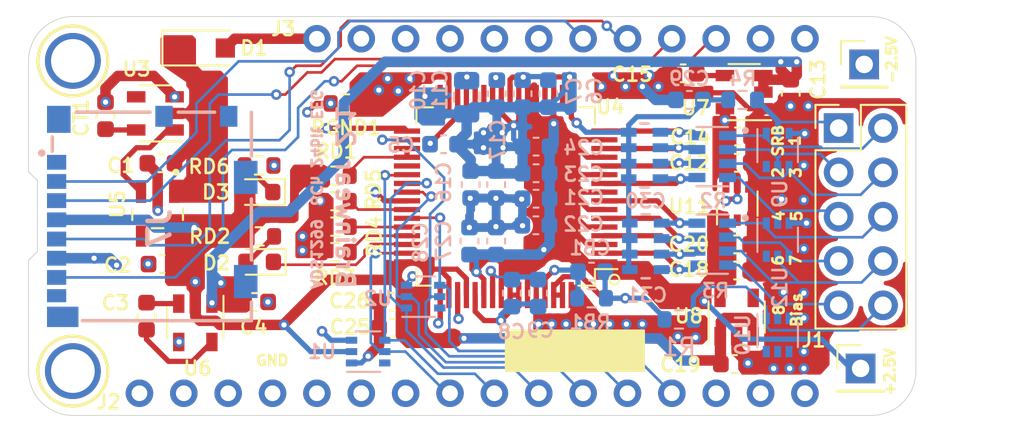
<source format=kicad_pcb>
(kicad_pcb (version 20171130) (host pcbnew "(5.1.9)-1")
  (title_block (title "Brainwear PCB") (date 2018-08-14))
  (layers (0 F.Cu signal) (1 In1.Cu power) (2 In2.Cu power) (31 B.Cu signal) (34 B.Paste user) (35 F.Paste user) (36 B.SilkS user) (37 F.SilkS user) (38 B.Mask user) (39 F.Mask user) (44 Edge.Cuts user))
  (net 0 "")
  (net 1 GNDA)
  (net 2 "Net-(C5-Pad1)")
  (net 3 "Net-(C3-Pad1)")
  (net 4 /DIN)
  (net 5 /~PWDN\RST)
  (net 6 /START)
  (net 7 /~CS)
  (net 8 GND)
  (net 9 /DOUT)
  (net 10 /~DRDY)
  (net 11 +3V3)
  (net 12 "Net-(CB1-Pad2)")
  (net 13 "Net-(C11-Pad1)")
  (net 14 "Net-(C10-Pad1)")
  (net 15 "Net-(C8-Pad1)")
  (net 16 /V_EN)
  (net 17 "Net-(CT1-Pad2)")
  (net 18 "Net-(D3-Pad1)")
  (net 19 "Net-(D2-Pad1)")
  (net 20 "Net-(U11-Pad6)")
  (net 21 "Net-(U10-Pad6)")
  (net 22 "Net-(U9-Pad6)")
  (net 23 +BATT)
  (net 24 "Net-(C3-Pad2)")
  (net 25 -3V3)
  (net 26 -2V5)
  (net 27 "Net-(C6-Pad1)")
  (net 28 "Net-(C15-Pad1)")
  (net 29 +2V5)
  (net 30 SRB1)
  (net 31 IN1P)
  (net 32 IN2P)
  (net 33 IN3P)
  (net 34 IN4P)
  (net 35 IN5P)
  (net 36 IN6P)
  (net 37 IN7P)
  (net 38 IN8P)
  (net 39 Bias)
  (net 40 +EXT_BATT)
  (net 41 "Net-(D2-Pad2)")
  (net 42 Bias_e)
  (net 43 IN1P_e)
  (net 44 IN2P_e)
  (net 45 IN3P_e)
  (net 46 IN4P_e)
  (net 47 IN5P_e)
  (net 48 IN6P_e)
  (net 49 IN7P_e)
  (net 50 IN8P_e)
  (net 51 SRB1_e)
  (net 52 "Net-(J2-Pad1)")
  (net 53 "Net-(J2-Pad2)")
  (net 54 "Net-(J2-Pad3)")
  (net 55 "Net-(J2-Pad10)")
  (net 56 "Net-(J2-Pad11)")
  (net 57 "Net-(J2-Pad12)")
  (net 58 "Net-(J2-Pad15)")
  (net 59 "Net-(J2-Pad16)")
  (net 60 "Net-(J3-Pad2)")
  (net 61 "Net-(J3-Pad3)")
  (net 62 "Net-(J3-Pad4)")
  (net 63 "Net-(J3-Pad5)")
  (net 64 "Net-(J3-Pad6)")
  (net 65 "Net-(J3-Pad11)")
  (net 66 "Net-(J3-Pad12)")
  (net 67 "Net-(RD3-Pad1)")
  (net 68 "Net-(RD4-Pad1)")
  (net 69 "Net-(RD5-Pad1)")
  (net 70 "Net-(U1-Pad6)")
  (net 71 "Net-(U2-Pad6)")
  (net 72 "Net-(U4-Pad37)")
  (net 73 "Net-(U4-Pad18)")
  (net 74 "Net-(U5-Pad4)")
  (net 75 "Net-(U8-Pad4)")
  (net 76 "Net-(U11-Pad2)")
  (net 77 "Net-(U12-Pad6)")
  (net 78 "Net-(U10-Pad5)")
  (net 79 "Net-(U10-Pad4)")
  (net 80 "Net-(J2-Pad14)")
  (net 81 MISO)
  (net 82 MOSI)
  (net 83 SD_CS)
  (net 84 "Net-(J7-Pad8)")
  (net 85 "Net-(J7-Pad1)")
  (net 86 /SCLK)
  (net 87 SD_SCLK)
  (module SamacSys_Parts:1040310811 (layer B.Cu) (at 124.46 105.029 90)
    (fp_text reference J7 (at -0.679 6.139 90) (layer B.SilkS) (effects (font (size 1.27 1.27) (thickness 0.254)) (justify mirror)))
    (fp_text value 104031-0811 hide)
    (pad 14 smd rect (at 5.565 0.375) (size 1.35 1.55) (layers B.Cu B.Paste B.Mask))
    (pad 13 smd rect (at 5.74 6.4) (size 1 1.2) (layers B.Cu B.Paste B.Mask))
    (pad 12 smd rect (at 5.74 10.1) (size 1 1.2) (layers B.Cu B.Paste B.Mask))
    (pad 11 smd rect (at 2.24 11.075) (size 1.35 1.9) (layers B.Cu B.Paste B.Mask))
    (pad 10 smd rect (at -3.73 11.075) (size 1.35 1.9) (layers B.Cu B.Paste B.Mask))
    (pad 9 smd rect (at -5.755 0.6 90) (size 1.17 1.8) (layers B.Cu B.Paste B.Mask))
    (pad 8 smd rect (at -4.545 0.25 90) (size 0.75 1.1) (layers B.Cu B.Paste B.Mask) (net 84 "Net-(J7-Pad8)"))
    (pad 7 smd rect (at -3.495 0.25 90) (size 0.85 1.1) (layers B.Cu B.Paste B.Mask) (net 81 MISO))
    (pad 6 smd rect (at -2.395 0.25 90) (size 0.85 1.1) (layers B.Cu B.Paste B.Mask) (net 8 GND))
    (pad 5 smd rect (at -1.295 0.25 90) (size 0.85 1.1) (layers B.Cu B.Paste B.Mask) (net 87 SD_SCLK))
    (pad 4 smd rect (at -0.195 0.25 90) (size 0.85 1.1) (layers B.Cu B.Paste B.Mask) (net 11 +3V3))
    (pad 3 smd rect (at 0.905 0.25 90) (size 0.85 1.1) (layers B.Cu B.Paste B.Mask) (net 82 MOSI))
    (pad 2 smd rect (at 2.005 0.25 90) (size 0.85 1.1) (layers B.Cu B.Paste B.Mask) (net 83 SD_CS))
    (pad 1 smd rect (at 3.105 0.25 90) (size 0.85 1.1) (layers B.Cu B.Paste B.Mask) (net 85 "Net-(J7-Pad1)"))
  )
  (module Capacitor_SMD:C_0603_1608Metric (layer F.Cu) (at 163.6395 108.1278)
    (fp_text reference C18 (at -2.7305 -0.0635) (layer F.SilkS) (effects (font (size 0.8 0.8))))
    (fp_text value 10uF)
    (pad 2 smd roundrect (at 0.775 0) (size 0.9 0.95) (layers F.Cu F.Paste F.Mask) (net 1 GNDA))
    (pad 1 smd roundrect (at -0.775 0) (size 0.9 0.95) (layers F.Cu F.Paste F.Mask) (net 29 +2V5))
  )
  (module Connector_PinHeader_2.54mm:PinHeader_1x01_P2.54mm_Vertical (layer F.Cu) (at 170.942 96.3168)
    (fp_text reference -2.5V (at 1.5748 -0.254 90) (layer F.SilkS) (effects (font (size 0.6 0.6))))
    (fp_text value Conn_01x01)
    (pad 1 thru_hole rect (at 0 0) (size 1.7 1.7) (drill 1) (layers *.Cu *.Mask) (net 26 -2V5))
  )
  (module Connector_PinHeader_2.54mm:PinHeader_1x01_P2.54mm_Vertical (layer F.Cu) (at 170.7388 113.7412)
    (fp_text reference +2.5V (at 1.6764 0.2032 90) (layer F.SilkS) (effects (font (size 0.6 0.6))))
    (fp_text value Conn_01x01)
    (pad 1 thru_hole rect (at 0 0) (size 1.7 1.7) (drill 1) (layers *.Cu *.Mask) (net 29 +2V5))
  )
  (module Capacitor_SMD:C_0603_1608Metric (layer B.Cu) (at 160.9344 98.3488 180)
    (fp_text reference C29 (at 0 1.2192 180) (layer B.SilkS) (effects (font (size 0.8 0.8)) (justify mirror)))
    (fp_text value 1nF)
    (pad 1 smd roundrect (at -0.775 0 180) (size 0.9 0.95) (layers B.Cu B.Paste B.Mask) (net 30 SRB1))
    (pad 2 smd roundrect (at 0.775 0 180) (size 0.9 0.95) (layers B.Cu B.Paste B.Mask) (net 1 GNDA))
  )
  (module Capacitor_SMD:C_0603_1608Metric (layer B.Cu) (at 146.8628 100.8888)
    (fp_text reference C5 (at -2.4384 0.0508 180) (layer B.SilkS) (effects (font (size 0.8 0.8)) (justify mirror)))
    (fp_text value 1uF)
    (pad 1 smd roundrect (at -0.775 0) (size 0.9 0.95) (layers B.Cu B.Paste B.Mask) (net 2 "Net-(C5-Pad1)"))
    (pad 2 smd roundrect (at 0.775 0) (size 0.9 0.95) (layers B.Cu B.Paste B.Mask) (net 26 -2V5))
  )
  (module Capacitor_SMD:C_0603_1608Metric (layer B.Cu) (at 150.7744 109.4232 270)
    (fp_text reference C8 (at 2.2098 0.0254 180) (layer B.SilkS) (effects (font (size 0.8 0.8)) (justify mirror)))
    (fp_text value 100nF)
    (pad 2 smd roundrect (at 0.775 0 270) (size 0.9 0.95) (layers B.Cu B.Paste B.Mask) (net 26 -2V5))
    (pad 1 smd roundrect (at -0.775 0 270) (size 0.9 0.95) (layers B.Cu B.Paste B.Mask) (net 15 "Net-(C8-Pad1)"))
  )
  (module ADS1299-Lib:TQFP-64_10x10mm_P0.5mm (layer F.Cu) (at 150.4188 103.886 180)
    (fp_text reference U4 (at -5.9944 5.1308) (layer F.SilkS) (effects (font (size 0.8 0.8))))
    (fp_text value ADS1299)
    (pad 64 smd rect (at -3.75 -5.65 180) (size 0.3 1.5) (layers F.Cu F.Paste F.Mask) (net 1 GNDA))
    (pad 63 smd rect (at -3.25 -5.65 180) (size 0.3 1.5) (layers F.Cu F.Paste F.Mask) (net 39 Bias))
    (pad 62 smd rect (at -2.75 -5.65 180) (size 0.3 1.5) (layers F.Cu F.Paste F.Mask) (net 39 Bias))
    (pad 61 smd rect (at -2.25 -5.65 180) (size 0.3 1.5) (layers F.Cu F.Paste F.Mask) (net 12 "Net-(CB1-Pad2)"))
    (pad 60 smd rect (at -1.75 -5.65 180) (size 0.3 1.5) (layers F.Cu F.Paste F.Mask) (net 1 GNDA))
    (pad 59 smd rect (at -1.25 -5.65 180) (size 0.3 1.5) (layers F.Cu F.Paste F.Mask) (net 29 +2V5))
    (pad 58 smd rect (at -0.75 -5.65 180) (size 0.3 1.5) (layers F.Cu F.Paste F.Mask) (net 26 -2V5))
    (pad 57 smd rect (at -0.25 -5.65 180) (size 0.3 1.5) (layers F.Cu F.Paste F.Mask) (net 26 -2V5))
    (pad 56 smd rect (at 0.25 -5.65 180) (size 0.3 1.5) (layers F.Cu F.Paste F.Mask) (net 29 +2V5))
    (pad 55 smd rect (at 0.75 -5.65 180) (size 0.3 1.5) (layers F.Cu F.Paste F.Mask) (net 15 "Net-(C8-Pad1)"))
    (pad 54 smd rect (at 1.25 -5.65 180) (size 0.3 1.5) (layers F.Cu F.Paste F.Mask) (net 29 +2V5))
    (pad 53 smd rect (at 1.75 -5.65 180) (size 0.3 1.5) (layers F.Cu F.Paste F.Mask) (net 26 -2V5))
    (pad 52 smd rect (at 2.25 -5.65 180) (size 0.3 1.5) (layers F.Cu F.Paste F.Mask) (net 11 +3V3))
    (pad 51 smd rect (at 2.75 -5.65 180) (size 0.3 1.5) (layers F.Cu F.Paste F.Mask) (net 8 GND))
    (pad 50 smd rect (at 3.25 -5.65 180) (size 0.3 1.5) (layers F.Cu F.Paste F.Mask) (net 11 +3V3))
    (pad 49 smd rect (at 3.75 -5.65 180) (size 0.3 1.5) (layers F.Cu F.Paste F.Mask) (net 8 GND))
    (pad 48 smd rect (at 5.65 -3.75 180) (size 1.5 0.3) (layers F.Cu F.Paste F.Mask) (net 11 +3V3))
    (pad 47 smd rect (at 5.65 -3.25 180) (size 1.5 0.3) (layers F.Cu F.Paste F.Mask) (net 10 /~DRDY))
    (pad 46 smd rect (at 5.65 -2.75 180) (size 1.5 0.3) (layers F.Cu F.Paste F.Mask) (net 19 "Net-(D2-Pad1)"))
    (pad 45 smd rect (at 5.65 -2.25 180) (size 1.5 0.3) (layers F.Cu F.Paste F.Mask) (net 67 "Net-(RD3-Pad1)"))
    (pad 44 smd rect (at 5.65 -1.75 180) (size 1.5 0.3) (layers F.Cu F.Paste F.Mask) (net 68 "Net-(RD4-Pad1)"))
    (pad 43 smd rect (at 5.65 -1.25 180) (size 1.5 0.3) (layers F.Cu F.Paste F.Mask) (net 9 /DOUT))
    (pad 42 smd rect (at 5.65 -0.75 180) (size 1.5 0.3) (layers F.Cu F.Paste F.Mask) (net 69 "Net-(RD5-Pad1)"))
    (pad 41 smd rect (at 5.65 -0.25 180) (size 1.5 0.3) (layers F.Cu F.Paste F.Mask) (net 8 GND))
    (pad 40 smd rect (at 5.65 0.25 180) (size 1.5 0.3) (layers F.Cu F.Paste F.Mask) (net 86 /SCLK))
    (pad 39 smd rect (at 5.65 0.75 180) (size 1.5 0.3) (layers F.Cu F.Paste F.Mask) (net 7 /~CS))
    (pad 38 smd rect (at 5.65 1.25 180) (size 1.5 0.3) (layers F.Cu F.Paste F.Mask) (net 6 /START))
    (pad 37 smd rect (at 5.65 1.75 180) (size 1.5 0.3) (layers F.Cu F.Paste F.Mask) (net 72 "Net-(U4-Pad37)"))
    (pad 36 smd rect (at 5.65 2.25 180) (size 1.5 0.3) (layers F.Cu F.Paste F.Mask) (net 5 /~PWDN\RST))
    (pad 35 smd rect (at 5.65 2.75 180) (size 1.5 0.3) (layers F.Cu F.Paste F.Mask) (net 5 /~PWDN\RST))
    (pad 34 smd rect (at 5.65 3.25 180) (size 1.5 0.3) (layers F.Cu F.Paste F.Mask) (net 4 /DIN))
    (pad 33 smd rect (at 5.65 3.75 180) (size 1.5 0.3) (layers F.Cu F.Paste F.Mask) (net 8 GND))
    (pad 32 smd rect (at 3.75 5.65 180) (size 0.3 1.5) (layers F.Cu F.Paste F.Mask) (net 26 -2V5))
    (pad 31 smd rect (at 3.25 5.65 180) (size 0.3 1.5) (layers F.Cu F.Paste F.Mask) (net 1 GNDA))
    (pad 30 smd rect (at 2.75 5.65 180) (size 0.3 1.5) (layers F.Cu F.Paste F.Mask) (net 2 "Net-(C5-Pad1)"))
    (pad 29 smd rect (at 2.25 5.65 180) (size 0.3 1.5) (layers F.Cu F.Paste F.Mask))
    (pad 28 smd rect (at 1.75 5.65 180) (size 0.3 1.5) (layers F.Cu F.Paste F.Mask) (net 14 "Net-(C10-Pad1)"))
    (pad 27 smd rect (at 1.25 5.65 180) (size 0.3 1.5) (layers F.Cu F.Paste F.Mask))
    (pad 26 smd rect (at 0.75 5.65 180) (size 0.3 1.5) (layers F.Cu F.Paste F.Mask) (net 13 "Net-(C11-Pad1)"))
    (pad 25 smd rect (at 0.25 5.65 180) (size 0.3 1.5) (layers F.Cu F.Paste F.Mask) (net 26 -2V5))
    (pad 24 smd rect (at -0.25 5.65 180) (size 0.3 1.5) (layers F.Cu F.Paste F.Mask) (net 27 "Net-(C6-Pad1)"))
    (pad 23 smd rect (at -0.75 5.65 180) (size 0.3 1.5) (layers F.Cu F.Paste F.Mask) (net 26 -2V5))
    (pad 22 smd rect (at -1.25 5.65 180) (size 0.3 1.5) (layers F.Cu F.Paste F.Mask) (net 29 +2V5))
    (pad 21 smd rect (at -1.75 5.65 180) (size 0.3 1.5) (layers F.Cu F.Paste F.Mask) (net 29 +2V5))
    (pad 20 smd rect (at -2.25 5.65 180) (size 0.3 1.5) (layers F.Cu F.Paste F.Mask) (net 26 -2V5))
    (pad 19 smd rect (at -2.75 5.65 180) (size 0.3 1.5) (layers F.Cu F.Paste F.Mask) (net 29 +2V5))
    (pad 18 smd rect (at -3.25 5.65 180) (size 0.3 1.5) (layers F.Cu F.Paste F.Mask) (net 73 "Net-(U4-Pad18)"))
    (pad 17 smd rect (at -3.75 5.65 180) (size 0.3 1.5) (layers F.Cu F.Paste F.Mask) (net 30 SRB1))
    (pad 16 smd rect (at -5.65 3.75 180) (size 1.5 0.3) (layers F.Cu F.Paste F.Mask) (net 31 IN1P))
    (pad 15 smd rect (at -5.65 3.25 180) (size 1.5 0.3) (layers F.Cu F.Paste F.Mask) (net 29 +2V5))
    (pad 14 smd rect (at -5.65 2.75 180) (size 1.5 0.3) (layers F.Cu F.Paste F.Mask) (net 32 IN2P))
    (pad 13 smd rect (at -5.65 2.25 180) (size 1.5 0.3) (layers F.Cu F.Paste F.Mask) (net 29 +2V5))
    (pad 12 smd rect (at -5.65 1.75 180) (size 1.5 0.3) (layers F.Cu F.Paste F.Mask) (net 33 IN3P))
    (pad 11 smd rect (at -5.65 1.25 180) (size 1.5 0.3) (layers F.Cu F.Paste F.Mask) (net 29 +2V5))
    (pad 10 smd rect (at -5.65 0.75 180) (size 1.5 0.3) (layers F.Cu F.Paste F.Mask) (net 34 IN4P))
    (pad 9 smd rect (at -5.65 0.25 180) (size 1.5 0.3) (layers F.Cu F.Paste F.Mask) (net 29 +2V5))
    (pad 8 smd rect (at -5.65 -0.25 180) (size 1.5 0.3) (layers F.Cu F.Paste F.Mask) (net 35 IN5P))
    (pad 7 smd rect (at -5.65 -0.75 180) (size 1.5 0.3) (layers F.Cu F.Paste F.Mask) (net 29 +2V5))
    (pad 6 smd rect (at -5.65 -1.25 180) (size 1.5 0.3) (layers F.Cu F.Paste F.Mask) (net 36 IN6P))
    (pad 5 smd rect (at -5.65 -1.75 180) (size 1.5 0.3) (layers F.Cu F.Paste F.Mask) (net 29 +2V5))
    (pad 4 smd rect (at -5.65 -2.25 180) (size 1.5 0.3) (layers F.Cu F.Paste F.Mask) (net 37 IN7P))
    (pad 3 smd rect (at -5.65 -2.75 180) (size 1.5 0.3) (layers F.Cu F.Paste F.Mask) (net 29 +2V5))
    (pad 2 smd rect (at -5.65 -3.25 180) (size 1.5 0.3) (layers F.Cu F.Paste F.Mask) (net 38 IN8P))
    (pad 1 smd rect (at -5.65 -3.75 180) (size 1.5 0.3) (layers F.Cu F.Paste F.Mask) (net 29 +2V5))
  )
  (module Resistor_SMD:R_0603_1608Metric (layer F.Cu) (at 141.224 98.552 180)
    (fp_text reference RGND1 (at -0.0635 -1.397) (layer F.SilkS) (effects (font (size 0.8 0.8))))
    (fp_text value R_Small)
    (pad 2 smd roundrect (at 0.825 0 180) (size 0.8 0.95) (layers F.Cu F.Paste F.Mask) (net 8 GND))
    (pad 1 smd roundrect (at -0.825 0 180) (size 0.8 0.95) (layers F.Cu F.Paste F.Mask) (net 1 GNDA))
  )
  (module Connector_PinHeader_2.54mm:PinHeader_2x05_P2.54mm_Vertical (layer F.Cu) (at 169.4815 99.9636)
    (fp_text reference J1 (at -1.4351 12.152) (layer F.SilkS) (effects (font (size 0.8 0.8))))
    (fp_text value Conn_02x05_Top_Bottom)
    (pad 10 thru_hole oval (at 2.54 10.16) (size 1.7 1.7) (drill 1) (layers *.Cu *.Mask) (net 42 Bias_e))
    (pad 9 thru_hole oval (at 0 10.16) (size 1.7 1.7) (drill 1) (layers *.Cu *.Mask) (net 50 IN8P_e))
    (pad 8 thru_hole oval (at 2.54 7.62) (size 1.7 1.7) (drill 1) (layers *.Cu *.Mask) (net 49 IN7P_e))
    (pad 7 thru_hole oval (at 0 7.62) (size 1.7 1.7) (drill 1) (layers *.Cu *.Mask) (net 48 IN6P_e))
    (pad 6 thru_hole oval (at 2.54 5.08) (size 1.7 1.7) (drill 1) (layers *.Cu *.Mask) (net 47 IN5P_e))
    (pad 5 thru_hole oval (at 0 5.08) (size 1.7 1.7) (drill 1) (layers *.Cu *.Mask) (net 46 IN4P_e))
    (pad 4 thru_hole oval (at 2.54 2.54) (size 1.7 1.7) (drill 1) (layers *.Cu *.Mask) (net 45 IN3P_e))
    (pad 3 thru_hole oval (at 0 2.54) (size 1.7 1.7) (drill 1) (layers *.Cu *.Mask) (net 44 IN2P_e))
    (pad 2 thru_hole oval (at 2.54 0) (size 1.7 1.7) (drill 1) (layers *.Cu *.Mask) (net 43 IN1P_e))
    (pad 1 thru_hole rect (at 0 0) (size 1.7 1.7) (drill 1) (layers *.Cu *.Mask) (net 51 SRB1_e))
  )
  (module Resistor_SMD:R_0603_1608Metric (layer B.Cu) (at 163.9824 98.3488 180)
    (fp_text reference R4 (at 0 1.2192) (layer B.SilkS) (effects (font (size 0.8 0.8)) (justify mirror)))
    (fp_text value 2.2K)
    (pad 2 smd roundrect (at 0.825 0 180) (size 0.8 0.95) (layers B.Cu B.Paste B.Mask) (net 30 SRB1))
    (pad 1 smd roundrect (at -0.825 0 180) (size 0.8 0.95) (layers B.Cu B.Paste B.Mask) (net 51 SRB1_e))
  )
  (module Resistor_SMD:R_0603_1608Metric (layer B.Cu) (at 160.3375 110.9345 180)
    (fp_text reference R1 (at 0 -1.5875) (layer B.SilkS) (effects (justify mirror)))
    (fp_text value 2.2K)
    (pad 2 smd roundrect (at 0.825 0 180) (size 0.8 0.95) (layers B.Cu B.Paste B.Mask) (net 39 Bias))
    (pad 1 smd roundrect (at -0.825 0 180) (size 0.8 0.95) (layers B.Cu B.Paste B.Mask) (net 42 Bias_e))
  )
  (module Capacitor_SMD:C_0603_1608Metric (layer B.Cu) (at 152.8572 97.9932 270)
    (fp_text reference C6 (at -0.1524 -2.6416 90) (layer B.SilkS) (effects (font (size 0.8 0.8)) (justify mirror)))
    (fp_text value 10uF)
    (pad 1 smd roundrect (at -0.775 0 270) (size 0.9 0.95) (layers B.Cu B.Paste B.Mask) (net 27 "Net-(C6-Pad1)"))
    (pad 2 smd roundrect (at 0.775 0 270) (size 0.9 0.95) (layers B.Cu B.Paste B.Mask) (net 26 -2V5))
  )
  (module Capacitor_SMD:C_0603_1608Metric (layer B.Cu) (at 149.8727 106.4387 90)
    (fp_text reference C27 (at 0.0127 -3.0099 90) (layer B.SilkS) (effects (font (size 0.8 0.8)) (justify mirror)))
    (fp_text value 1uF)
    (pad 2 smd roundrect (at 0.775 0 90) (size 0.9 0.95) (layers B.Cu B.Paste B.Mask) (net 1 GNDA))
    (pad 1 smd roundrect (at -0.775 0 90) (size 0.9 0.95) (layers B.Cu B.Paste B.Mask) (net 29 +2V5))
  )
  (module ADS1299-Lib:CA064C102K5RACTU (layer B.Cu) (at 158.4325 106.7435 180)
    (fp_text reference C31 (at -0.0635 -2.794) (layer B.SilkS) (effects (font (size 0.8 0.8)) (justify mirror)))
    (fp_text value CA064C102K5RACTU hide)
    (pad 1 smd rect (at -0.907699 1.3335 180) (size 0.888 0.5096) (layers B.Cu B.Paste B.Mask) (net 35 IN5P))
    (pad 2 smd rect (at -0.907699 0.4445 180) (size 0.888 0.5096) (layers B.Cu B.Paste B.Mask) (net 36 IN6P))
    (pad 3 smd rect (at -0.907699 -0.4445 180) (size 0.888 0.5096) (layers B.Cu B.Paste B.Mask) (net 37 IN7P))
    (pad 4 smd rect (at -0.907699 -1.3335 180) (size 0.888 0.5096) (layers B.Cu B.Paste B.Mask) (net 38 IN8P))
    (pad 5 smd rect (at 0.907699 -1.3335 180) (size 0.888 0.5096) (layers B.Cu B.Paste B.Mask) (net 30 SRB1))
    (pad 6 smd rect (at 0.907699 -0.4445 180) (size 0.888 0.5096) (layers B.Cu B.Paste B.Mask) (net 30 SRB1))
    (pad 7 smd rect (at 0.907699 0.4445 180) (size 0.888 0.5096) (layers B.Cu B.Paste B.Mask) (net 30 SRB1))
    (pad 8 smd rect (at 0.907699 1.3335 180) (size 0.888 0.5096) (layers B.Cu B.Paste B.Mask) (net 30 SRB1))
  )
  (module Package_TO_SOT_SMD:SOT-363_SC-70-6 (layer B.Cu) (at 165.989 106.3625 270)
    (fp_text reference U12 (at 2.7305 -0.127 90) (layer B.SilkS) (effects (font (size 0.8 0.8)) (justify mirror)))
    (fp_text value TPD4E1B06DCK)
    (pad 6 smd rect (at 0.95 0.65 270) (size 0.65 0.4) (layers B.Cu B.Paste B.Mask) (net 77 "Net-(U12-Pad6)"))
    (pad 4 smd rect (at 0.95 -0.65 270) (size 0.65 0.4) (layers B.Cu B.Paste B.Mask) (net 48 IN6P_e))
    (pad 2 smd rect (at -0.95 0 270) (size 0.65 0.4) (layers B.Cu B.Paste B.Mask) (net 46 IN4P_e))
    (pad 5 smd rect (at 0.95 0 270) (size 0.65 0.4) (layers B.Cu B.Paste B.Mask) (net 49 IN7P_e))
    (pad 3 smd rect (at -0.95 -0.65 270) (size 0.65 0.4) (layers B.Cu B.Paste B.Mask) (net 1 GNDA))
    (pad 1 smd rect (at -0.95 0.65 270) (size 0.65 0.4) (layers B.Cu B.Paste B.Mask) (net 47 IN5P_e))
  )
  (module ADS1299-Lib:CA064C102K5RACTU (layer B.Cu) (at 158.369 101.5365 180)
    (fp_text reference C30 (at -0.0635 -2.6035) (layer B.SilkS) (effects (font (size 0.8 0.8)) (justify mirror)))
    (fp_text value CA064C102K5RACTU hide)
    (pad 8 smd rect (at 0.907699 1.3335 180) (size 0.888 0.5096) (layers B.Cu B.Paste B.Mask) (net 30 SRB1))
    (pad 7 smd rect (at 0.907699 0.4445 180) (size 0.888 0.5096) (layers B.Cu B.Paste B.Mask) (net 30 SRB1))
    (pad 6 smd rect (at 0.907699 -0.4445 180) (size 0.888 0.5096) (layers B.Cu B.Paste B.Mask) (net 30 SRB1))
    (pad 5 smd rect (at 0.907699 -1.3335 180) (size 0.888 0.5096) (layers B.Cu B.Paste B.Mask) (net 30 SRB1))
    (pad 4 smd rect (at -0.907699 -1.3335 180) (size 0.888 0.5096) (layers B.Cu B.Paste B.Mask) (net 34 IN4P))
    (pad 3 smd rect (at -0.907699 -0.4445 180) (size 0.888 0.5096) (layers B.Cu B.Paste B.Mask) (net 33 IN3P))
    (pad 2 smd rect (at -0.907699 0.4445 180) (size 0.888 0.5096) (layers B.Cu B.Paste B.Mask) (net 32 IN2P))
    (pad 1 smd rect (at -0.907699 1.3335 180) (size 0.888 0.5096) (layers B.Cu B.Paste B.Mask) (net 31 IN1P))
  )
  (module Capacitor_SMD:C_0603_1608Metric (layer F.Cu) (at 130.683 101.981 180)
    (fp_text reference C1 (at 2.286 -0.127) (layer F.SilkS) (effects (font (size 0.8 0.8))))
    (fp_text value 2.2uF)
    (pad 2 smd roundrect (at 0.775 0 180) (size 0.9 0.95) (layers F.Cu F.Paste F.Mask) (net 8 GND))
    (pad 1 smd roundrect (at -0.775 0 180) (size 0.9 0.95) (layers F.Cu F.Paste F.Mask) (net 23 +BATT))
  )
  (module Capacitor_SMD:C_0603_1608Metric (layer F.Cu) (at 130.7465 107.7595 180)
    (fp_text reference C2 (at 2.54 -0.0635 180) (layer F.SilkS) (effects (font (size 0.8 0.8))))
    (fp_text value 2.2uF)
    (pad 1 smd roundrect (at -0.775 0 180) (size 0.9 0.95) (layers F.Cu F.Paste F.Mask) (net 11 +3V3))
    (pad 2 smd roundrect (at 0.775 0 180) (size 0.9 0.95) (layers F.Cu F.Paste F.Mask) (net 8 GND))
  )
  (module Capacitor_SMD:C_0603_1608Metric (layer F.Cu) (at 129.8575 110.744 90)
    (fp_text reference C3 (at 0.762 -1.778) (layer F.SilkS) (effects (font (size 0.8 0.8))))
    (fp_text value 10uF)
    (pad 2 smd roundrect (at 0.775 0 90) (size 0.9 0.95) (layers F.Cu F.Paste F.Mask) (net 24 "Net-(C3-Pad2)"))
    (pad 1 smd roundrect (at -0.775 0 90) (size 0.9 0.95) (layers F.Cu F.Paste F.Mask) (net 3 "Net-(C3-Pad1)"))
  )
  (module Capacitor_SMD:C_0603_1608Metric (layer F.Cu) (at 136.0424 109.9312)
    (fp_text reference C4 (at -0.0508 1.4224 -180) (layer F.SilkS) (effects (font (size 0.8 0.8))))
    (fp_text value 10uF)
    (pad 2 smd roundrect (at 0.775 0) (size 0.9 0.95) (layers F.Cu F.Paste F.Mask) (net 8 GND))
    (pad 1 smd roundrect (at -0.775 0) (size 0.9 0.95) (layers F.Cu F.Paste F.Mask) (net 25 -3V3))
  )
  (module Capacitor_SMD:C_0603_1608Metric (layer B.Cu) (at 151.384 97.9932 270)
    (fp_text reference C7 (at -0.1524 -2.9464 90) (layer B.SilkS) (effects (font (size 0.8 0.8)) (justify mirror)))
    (fp_text value 0.1uF)
    (pad 1 smd roundrect (at -0.775 0 270) (size 0.9 0.95) (layers B.Cu B.Paste B.Mask) (net 27 "Net-(C6-Pad1)"))
    (pad 2 smd roundrect (at 0.775 0 270) (size 0.9 0.95) (layers B.Cu B.Paste B.Mask) (net 26 -2V5))
  )
  (module Capacitor_SMD:C_0603_1608Metric (layer B.Cu) (at 152.273 109.4232 270)
    (fp_text reference C9 (at 2.1336 -0.127) (layer B.SilkS) (effects (font (size 0.8 0.8)) (justify mirror)))
    (fp_text value 1uF)
    (pad 2 smd roundrect (at 0.775 0 270) (size 0.9 0.95) (layers B.Cu B.Paste B.Mask) (net 26 -2V5))
    (pad 1 smd roundrect (at -0.775 0 270) (size 0.9 0.95) (layers B.Cu B.Paste B.Mask) (net 15 "Net-(C8-Pad1)"))
  )
  (module Capacitor_SMD:C_0805_2012Metric (layer B.Cu) (at 148.1836 98.1964 270)
    (fp_text reference C10 (at -0.4064 2.794 90) (layer B.SilkS) (effects (font (size 0.8 0.8)) (justify mirror)))
    (fp_text value 100uF)
    (pad 1 smd roundrect (at -0.95 0 270) (size 1 1.45) (layers B.Cu B.Paste B.Mask) (net 14 "Net-(C10-Pad1)"))
    (pad 2 smd roundrect (at 0.95 0 270) (size 1 1.45) (layers B.Cu B.Paste B.Mask) (net 26 -2V5))
  )
  (module Capacitor_SMD:C_0603_1608Metric (layer B.Cu) (at 149.9108 97.9932 270)
    (fp_text reference C11 (at -0.2032 3.2512 90) (layer B.SilkS) (effects (font (size 0.8 0.8)) (justify mirror)))
    (fp_text value 1uF)
    (pad 2 smd roundrect (at 0.775 0 270) (size 0.9 0.95) (layers B.Cu B.Paste B.Mask) (net 26 -2V5))
    (pad 1 smd roundrect (at -0.775 0 270) (size 0.9 0.95) (layers B.Cu B.Paste B.Mask) (net 13 "Net-(C11-Pad1)"))
  )
  (module Capacitor_SMD:C_0603_1608Metric (layer F.Cu) (at 163.6776 101.9556)
    (fp_text reference C12 (at -2.7432 0 180) (layer F.SilkS) (effects (font (size 0.8 0.8))))
    (fp_text value 10uF)
    (pad 2 smd roundrect (at 0.775 0) (size 0.9 0.95) (layers F.Cu F.Paste F.Mask) (net 1 GNDA))
    (pad 1 smd roundrect (at -0.775 0) (size 0.9 0.95) (layers F.Cu F.Paste F.Mask) (net 26 -2V5))
  )
  (module Capacitor_SMD:C_0603_1608Metric (layer F.Cu) (at 166.7383 97.9678 270)
    (fp_text reference C13 (at -0.7874 -1.5621 90) (layer F.SilkS) (effects (font (size 0.8 0.8))))
    (fp_text value 2.2uF)
    (pad 1 smd roundrect (at -0.775 0 270) (size 0.9 0.95) (layers F.Cu F.Paste F.Mask) (net 25 -3V3))
    (pad 2 smd roundrect (at 0.775 0 270) (size 0.9 0.95) (layers F.Cu F.Paste F.Mask) (net 1 GNDA))
  )
  (module Capacitor_SMD:C_0603_1608Metric (layer F.Cu) (at 163.6903 100.4443)
    (fp_text reference C14 (at -2.7051 0.0381 180) (layer F.SilkS) (effects (font (size 0.8 0.8))))
    (fp_text value 2.2uF)
    (pad 1 smd roundrect (at -0.775 0) (size 0.9 0.95) (layers F.Cu F.Paste F.Mask) (net 26 -2V5))
    (pad 2 smd roundrect (at 0.775 0) (size 0.9 0.95) (layers F.Cu F.Paste F.Mask) (net 1 GNDA))
  )
  (module Capacitor_SMD:C_0603_1608Metric (layer F.Cu) (at 160.5788 96.8248 180)
    (fp_text reference C15 (at 2.921 -0.0635) (layer F.SilkS) (effects (font (size 0.8 0.8))))
    (fp_text value 0.01uF)
    (pad 2 smd roundrect (at 0.775 0 180) (size 0.9 0.95) (layers F.Cu F.Paste F.Mask) (net 1 GNDA))
    (pad 1 smd roundrect (at -0.775 0 180) (size 0.9 0.95) (layers F.Cu F.Paste F.Mask) (net 28 "Net-(C15-Pad1)"))
  )
  (module Capacitor_SMD:C_0603_1608Metric (layer B.Cu) (at 148.4122 103.2002 270)
    (fp_text reference C16 (at -0.127 1.5494 270) (layer B.SilkS) (effects (font (size 0.8 0.8)) (justify mirror)))
    (fp_text value 1uF)
    (pad 1 smd roundrect (at -0.775 0 270) (size 0.9 0.95) (layers B.Cu B.Paste B.Mask) (net 26 -2V5))
    (pad 2 smd roundrect (at 0.775 0 270) (size 0.9 0.95) (layers B.Cu B.Paste B.Mask) (net 1 GNDA))
  )
  (module Capacitor_SMD:C_0603_1608Metric (layer B.Cu) (at 149.8727 103.2002 270)
    (fp_text reference C17 (at -2.5654 -0.0889 90) (layer B.SilkS) (effects (font (size 0.8 0.8)) (justify mirror)))
    (fp_text value 0.1uF)
    (pad 2 smd roundrect (at 0.775 0 270) (size 0.9 0.95) (layers B.Cu B.Paste B.Mask) (net 1 GNDA))
    (pad 1 smd roundrect (at -0.775 0 270) (size 0.9 0.95) (layers B.Cu B.Paste B.Mask) (net 26 -2V5))
  )
  (module Capacitor_SMD:C_0603_1608Metric (layer F.Cu) (at 163.5125 113.4872)
    (fp_text reference C19 (at -3.0861 0.0381 180) (layer F.SilkS) (effects (font (size 0.8 0.8))))
    (fp_text value 2.2uF)
    (pad 1 smd roundrect (at -0.775 0) (size 0.9 0.95) (layers F.Cu F.Paste F.Mask) (net 11 +3V3))
    (pad 2 smd roundrect (at 0.775 0) (size 0.9 0.95) (layers F.Cu F.Paste F.Mask) (net 1 GNDA))
  )
  (module Capacitor_SMD:C_0603_1608Metric (layer F.Cu) (at 163.6395 106.6292)
    (fp_text reference C20 (at -2.7305 0) (layer F.SilkS) (effects (font (size 0.8 0.8))))
    (fp_text value 2.2uF)
    (pad 2 smd roundrect (at 0.775 0) (size 0.9 0.95) (layers F.Cu F.Paste F.Mask) (net 1 GNDA))
    (pad 1 smd roundrect (at -0.775 0) (size 0.9 0.95) (layers F.Cu F.Paste F.Mask) (net 29 +2V5))
  )
  (module Capacitor_SMD:C_0603_1608Metric (layer B.Cu) (at 152.1587 104.013 180)
    (fp_text reference C21 (at -2.7305 0.0635) (layer B.SilkS) (effects (font (size 0.8 0.8)) (justify mirror)))
    (fp_text value 1uF)
    (pad 2 smd roundrect (at 0.775 0 180) (size 0.9 0.95) (layers B.Cu B.Paste B.Mask) (net 1 GNDA))
    (pad 1 smd roundrect (at -0.775 0 180) (size 0.9 0.95) (layers B.Cu B.Paste B.Mask) (net 29 +2V5))
  )
  (module Capacitor_SMD:C_0603_1608Metric (layer B.Cu) (at 152.146 105.537 180)
    (fp_text reference C22 (at -2.7305 0.0635) (layer B.SilkS) (effects (font (size 0.8 0.8)) (justify mirror)))
    (fp_text value 0.1uF)
    (pad 1 smd roundrect (at -0.775 0 180) (size 0.9 0.95) (layers B.Cu B.Paste B.Mask) (net 29 +2V5))
    (pad 2 smd roundrect (at 0.775 0 180) (size 0.9 0.95) (layers B.Cu B.Paste B.Mask) (net 1 GNDA))
  )
  (module Capacitor_SMD:C_0603_1608Metric (layer B.Cu) (at 152.1587 102.5525 180)
    (fp_text reference C23 (at -2.7305 -0.0635) (layer B.SilkS) (effects (font (size 0.8 0.8)) (justify mirror)))
    (fp_text value 1uF)
    (pad 1 smd roundrect (at -0.775 0 180) (size 0.9 0.95) (layers B.Cu B.Paste B.Mask) (net 29 +2V5))
    (pad 2 smd roundrect (at 0.775 0 180) (size 0.9 0.95) (layers B.Cu B.Paste B.Mask) (net 26 -2V5))
  )
  (module Capacitor_SMD:C_0603_1608Metric (layer B.Cu) (at 152.1587 101.0285 180)
    (fp_text reference C24 (at -2.7305 -0.0635) (layer B.SilkS) (effects (font (size 0.8 0.8)) (justify mirror)))
    (fp_text value 0.1uF)
    (pad 2 smd roundrect (at 0.775 0 180) (size 0.9 0.95) (layers B.Cu B.Paste B.Mask) (net 26 -2V5))
    (pad 1 smd roundrect (at -0.775 0 180) (size 0.9 0.95) (layers B.Cu B.Paste B.Mask) (net 29 +2V5))
  )
  (module Capacitor_SMD:C_0603_1608Metric (layer F.Cu) (at 143.9415 111.4044 180)
    (fp_text reference C25 (at 2.4257 0.0381) (layer F.SilkS) (effects (font (size 0.8 0.8))))
    (fp_text value 1uF)
    (pad 1 smd roundrect (at -0.775 0 180) (size 0.9 0.95) (layers F.Cu F.Paste F.Mask) (net 11 +3V3))
    (pad 2 smd roundrect (at 0.775 0 180) (size 0.9 0.95) (layers F.Cu F.Paste F.Mask) (net 8 GND))
  )
  (module Capacitor_SMD:C_0603_1608Metric (layer F.Cu) (at 143.9415 109.9185 180)
    (fp_text reference C26 (at 2.4635 0.0508) (layer F.SilkS) (effects (font (size 0.8 0.8))))
    (fp_text value 0.1uF)
    (pad 2 smd roundrect (at 0.775 0 180) (size 0.9 0.95) (layers F.Cu F.Paste F.Mask) (net 8 GND))
    (pad 1 smd roundrect (at -0.775 0 180) (size 0.9 0.95) (layers F.Cu F.Paste F.Mask) (net 11 +3V3))
  )
  (module Capacitor_SMD:C_0603_1608Metric (layer B.Cu) (at 148.3487 106.4387 90)
    (fp_text reference C28 (at -0.0889 -2.8067 270) (layer B.SilkS) (effects (font (size 0.8 0.8)) (justify mirror)))
    (fp_text value 0.1uF)
    (pad 1 smd roundrect (at -0.775 0 90) (size 0.9 0.95) (layers B.Cu B.Paste B.Mask) (net 29 +2V5))
    (pad 2 smd roundrect (at 0.775 0 90) (size 0.9 0.95) (layers B.Cu B.Paste B.Mask) (net 1 GNDA))
  )
  (module Capacitor_SMD:C_0603_1608Metric (layer B.Cu) (at 155.3337 108.1913 180)
    (fp_text reference CB1 (at 0.0889 1.3589) (layer B.SilkS) (effects (font (size 0.8 0.8)) (justify mirror)))
    (fp_text value 1nF)
    (pad 2 smd roundrect (at 0.775 0 180) (size 0.9 0.95) (layers B.Cu B.Paste B.Mask) (net 12 "Net-(CB1-Pad2)"))
    (pad 1 smd roundrect (at -0.775 0 180) (size 0.9 0.95) (layers B.Cu B.Paste B.Mask) (net 39 Bias))
  )
  (module Capacitor_SMD:C_0603_1608Metric (layer F.Cu) (at 127.508 99.2505 270)
    (fp_text reference CT1 (at 0.127 1.397 270) (layer F.SilkS) (effects (font (size 0.8 0.8))))
    (fp_text value 1nF)
    (pad 2 smd roundrect (at 0.775 0 270) (size 0.9 0.95) (layers F.Cu F.Paste F.Mask) (net 17 "Net-(CT1-Pad2)"))
    (pad 1 smd roundrect (at -0.775 0 270) (size 0.9 0.95) (layers F.Cu F.Paste F.Mask) (net 8 GND))
  )
  (module Diode_SMD:D_SOD-123F (layer F.Cu) (at 132.969 95.377)
    (fp_text reference D1 (at 3.048 0) (layer F.SilkS) (effects (font (size 0.8 0.8))))
    (fp_text value MBR120)
    (pad 1 smd rect (at -1.4 0) (size 1.1 1.1) (layers F.Cu F.Paste F.Mask) (net 23 +BATT))
    (pad 2 smd rect (at 1.4 0) (size 1.1 1.1) (layers F.Cu F.Paste F.Mask) (net 40 +EXT_BATT))
  )
  (module LED_SMD:LED_0603_1608Metric (layer F.Cu) (at 136.3345 107.6325 180)
    (fp_text reference D2 (at 2.4765 -0.0635 180) (layer F.SilkS) (effects (font (size 0.8 0.8))))
    (fp_text value LED_Small)
    (pad 2 smd roundrect (at 0.7875 0 180) (size 0.875 0.95) (layers F.Cu F.Paste F.Mask) (net 41 "Net-(D2-Pad2)"))
    (pad 1 smd roundrect (at -0.7875 0 180) (size 0.875 0.95) (layers F.Cu F.Paste F.Mask) (net 19 "Net-(D2-Pad1)"))
  )
  (module LED_SMD:LED_0603_1608Metric (layer F.Cu) (at 136.2964 103.632 180)
    (fp_text reference D3 (at 2.4765 0) (layer F.SilkS) (effects (font (size 0.8 0.8))))
    (fp_text value LED_Small)
    (pad 1 smd roundrect (at -0.7875 0 180) (size 0.875 0.95) (layers F.Cu F.Paste F.Mask) (net 18 "Net-(D3-Pad1)"))
    (pad 2 smd roundrect (at 0.7875 0 180) (size 0.875 0.95) (layers F.Cu F.Paste F.Mask) (net 11 +3V3))
  )
  (module ADS1299-Lib:RESCAF80P320X160X60-8N (layer B.Cu) (at 162.2425 101.6 180)
    (fp_text reference R2 (at -0.0635 -2.54) (layer B.SilkS) (effects (font (size 0.8 0.8)) (justify mirror)))
    (fp_text value CAY16-2201F4LF)
    (pad 8 smd rect (at 0.875 1.2 180) (size 0.97 0.53) (layers B.Cu B.Paste B.Mask) (net 31 IN1P))
    (pad 7 smd rect (at 0.875 0.4 180) (size 0.97 0.53) (layers B.Cu B.Paste B.Mask) (net 32 IN2P))
    (pad 6 smd rect (at 0.875 -0.4 180) (size 0.97 0.53) (layers B.Cu B.Paste B.Mask) (net 33 IN3P))
    (pad 5 smd rect (at 0.875 -1.2 180) (size 0.97 0.53) (layers B.Cu B.Paste B.Mask) (net 34 IN4P))
    (pad 4 smd rect (at -0.875 -1.2 180) (size 0.97 0.53) (layers B.Cu B.Paste B.Mask) (net 46 IN4P_e))
    (pad 3 smd rect (at -0.875 -0.4 180) (size 0.97 0.53) (layers B.Cu B.Paste B.Mask) (net 45 IN3P_e))
    (pad 2 smd rect (at -0.875 0.4 180) (size 0.97 0.53) (layers B.Cu B.Paste B.Mask) (net 44 IN2P_e))
    (pad 1 smd rect (at -0.875 1.2 180) (size 0.97 0.53) (layers B.Cu B.Paste B.Mask) (net 43 IN1P_e))
  )
  (module ADS1299-Lib:RESCAF80P320X160X60-8N (layer B.Cu) (at 162.2425 106.6165 180)
    (fp_text reference R3 (at -0.1905 -2.667) (layer B.SilkS) (effects (font (size 0.8 0.8)) (justify mirror)))
    (fp_text value CAY16-2201F4LF)
    (pad 1 smd rect (at -0.875 1.2 180) (size 0.97 0.53) (layers B.Cu B.Paste B.Mask) (net 47 IN5P_e))
    (pad 2 smd rect (at -0.875 0.4 180) (size 0.97 0.53) (layers B.Cu B.Paste B.Mask) (net 48 IN6P_e))
    (pad 3 smd rect (at -0.875 -0.4 180) (size 0.97 0.53) (layers B.Cu B.Paste B.Mask) (net 49 IN7P_e))
    (pad 4 smd rect (at -0.875 -1.2 180) (size 0.97 0.53) (layers B.Cu B.Paste B.Mask) (net 50 IN8P_e))
    (pad 5 smd rect (at 0.875 -1.2 180) (size 0.97 0.53) (layers B.Cu B.Paste B.Mask) (net 38 IN8P))
    (pad 6 smd rect (at 0.875 -0.4 180) (size 0.97 0.53) (layers B.Cu B.Paste B.Mask) (net 37 IN7P))
    (pad 7 smd rect (at 0.875 0.4 180) (size 0.97 0.53) (layers B.Cu B.Paste B.Mask) (net 36 IN6P))
    (pad 8 smd rect (at 0.875 1.2 180) (size 0.97 0.53) (layers B.Cu B.Paste B.Mask) (net 35 IN5P))
  )
  (module Resistor_SMD:R_0603_1608Metric (layer B.Cu) (at 155.3337 109.7153)
    (fp_text reference RB1 (at -0.0889 1.3843 180) (layer B.SilkS) (effects (font (size 0.8 0.8)) (justify mirror)))
    (fp_text value 1MOhm)
    (pad 2 smd roundrect (at 0.825 0) (size 0.8 0.95) (layers B.Cu B.Paste B.Mask) (net 39 Bias))
    (pad 1 smd roundrect (at -0.825 0) (size 0.8 0.95) (layers B.Cu B.Paste B.Mask) (net 12 "Net-(CB1-Pad2)"))
  )
  (module Resistor_SMD:R_0603_1608Metric (layer F.Cu) (at 140.6652 102.6922 180)
    (fp_text reference RD1 (at -0.0635 1.397) (layer F.SilkS) (effects (font (size 0.8 0.8))))
    (fp_text value 1M)
    (pad 2 smd roundrect (at 0.825 0 180) (size 0.8 0.95) (layers F.Cu F.Paste F.Mask) (net 11 +3V3))
    (pad 1 smd roundrect (at -0.825 0 180) (size 0.8 0.95) (layers F.Cu F.Paste F.Mask) (net 5 /~PWDN\RST))
  )
  (module Resistor_SMD:R_0603_1608Metric (layer F.Cu) (at 136.3345 106.172 180)
    (fp_text reference RD2 (at 2.8575 0) (layer F.SilkS) (effects (font (size 0.8 0.8))))
    (fp_text value 470)
    (pad 1 smd roundrect (at -0.825 0 180) (size 0.8 0.95) (layers F.Cu F.Paste F.Mask) (net 41 "Net-(D2-Pad2)"))
    (pad 2 smd roundrect (at 0.825 0 180) (size 0.8 0.95) (layers F.Cu F.Paste F.Mask) (net 11 +3V3))
  )
  (module Resistor_SMD:R_0603_1608Metric (layer F.Cu) (at 140.6652 107.0737 180)
    (fp_text reference RD3 (at 0 -1.4605 180) (layer F.SilkS) (effects (font (size 0.8 0.8))))
    (fp_text value 10K)
    (pad 1 smd roundrect (at -0.825 0 180) (size 0.8 0.95) (layers F.Cu F.Paste F.Mask) (net 67 "Net-(RD3-Pad1)"))
    (pad 2 smd roundrect (at 0.825 0 180) (size 0.8 0.95) (layers F.Cu F.Paste F.Mask) (net 8 GND))
  )
  (module Resistor_SMD:R_0603_1608Metric (layer F.Cu) (at 140.6652 105.6132 180)
    (fp_text reference RD4 (at -2.2352 -0.5588 90) (layer F.SilkS) (effects (font (size 0.8 0.8))))
    (fp_text value 10K)
    (pad 2 smd roundrect (at 0.825 0 180) (size 0.8 0.95) (layers F.Cu F.Paste F.Mask) (net 8 GND))
    (pad 1 smd roundrect (at -0.825 0 180) (size 0.8 0.95) (layers F.Cu F.Paste F.Mask) (net 68 "Net-(RD4-Pad1)"))
  )
  (module Resistor_SMD:R_0603_1608Metric (layer F.Cu) (at 140.6652 104.1527 180)
    (fp_text reference RD5 (at -2.1844 0.6731 90) (layer F.SilkS) (effects (font (size 0.8 0.8))))
    (fp_text value 10K)
    (pad 1 smd roundrect (at -0.825 0 180) (size 0.8 0.95) (layers F.Cu F.Paste F.Mask) (net 69 "Net-(RD5-Pad1)"))
    (pad 2 smd roundrect (at 0.825 0 180) (size 0.8 0.95) (layers F.Cu F.Paste F.Mask) (net 8 GND))
  )
  (module Resistor_SMD:R_0603_1608Metric (layer F.Cu) (at 136.2964 102.108)
    (fp_text reference RD6 (at -2.8575 0.0635) (layer F.SilkS) (effects (font (size 0.8 0.8))))
    (fp_text value 1k)
    (pad 1 smd roundrect (at -0.825 0) (size 0.8 0.95) (layers F.Cu F.Paste F.Mask) (net 18 "Net-(D3-Pad1)"))
    (pad 2 smd roundrect (at 0.825 0) (size 0.8 0.95) (layers F.Cu F.Paste F.Mask) (net 8 GND))
  )
  (module Package_TO_SOT_SMD:SOT-363_SC-70-6 (layer B.Cu) (at 142.5448 112.776)
    (fp_text reference U1 (at -2.6416 0 180) (layer B.SilkS) (effects (font (size 0.8 0.8)) (justify mirror)))
    (fp_text value TPD4E1B06DCK)
    (pad 1 smd rect (at -0.95 0.65) (size 0.65 0.4) (layers B.Cu B.Paste B.Mask) (net 8 GND))
    (pad 3 smd rect (at -0.95 -0.65) (size 0.65 0.4) (layers B.Cu B.Paste B.Mask) (net 8 GND))
    (pad 5 smd rect (at 0.95 0) (size 0.65 0.4) (layers B.Cu B.Paste B.Mask) (net 10 /~DRDY))
    (pad 2 smd rect (at -0.95 0) (size 0.65 0.4) (layers B.Cu B.Paste B.Mask) (net 11 +3V3))
    (pad 4 smd rect (at 0.95 -0.65) (size 0.65 0.4) (layers B.Cu B.Paste B.Mask) (net 6 /START))
    (pad 6 smd rect (at 0.95 0.65) (size 0.65 0.4) (layers B.Cu B.Paste B.Mask) (net 70 "Net-(U1-Pad6)"))
  )
  (module Package_TO_SOT_SMD:SOT-363_SC-70-6 (layer B.Cu) (at 145.6944 109.6264)
    (fp_text reference U2 (at -2.5908 0.1016 -180) (layer B.SilkS) (effects (font (size 0.8 0.8)) (justify mirror)))
    (fp_text value TPD4E1B06DCK)
    (pad 6 smd rect (at 0.95 0.65) (size 0.65 0.4) (layers B.Cu B.Paste B.Mask) (net 71 "Net-(U2-Pad6)"))
    (pad 4 smd rect (at 0.95 -0.65) (size 0.65 0.4) (layers B.Cu B.Paste B.Mask) (net 9 /DOUT))
    (pad 2 smd rect (at -0.95 0) (size 0.65 0.4) (layers B.Cu B.Paste B.Mask) (net 86 /SCLK))
    (pad 5 smd rect (at 0.95 0) (size 0.65 0.4) (layers B.Cu B.Paste B.Mask) (net 4 /DIN))
    (pad 3 smd rect (at -0.95 -0.65) (size 0.65 0.4) (layers B.Cu B.Paste B.Mask) (net 8 GND))
    (pad 1 smd rect (at -0.95 0.65) (size 0.65 0.4) (layers B.Cu B.Paste B.Mask) (net 7 /~CS))
  )
  (module Package_TO_SOT_SMD:SOT-23-5 (layer F.Cu) (at 130.3655 99.1235 180)
    (fp_text reference U3 (at 1.0795 2.54) (layer F.SilkS) (effects (font (size 0.8 0.8))))
    (fp_text value BD5330G)
    (pad 1 smd rect (at -1.1 -0.95 180) (size 1.06 0.65) (layers F.Cu F.Paste F.Mask) (net 16 /V_EN))
    (pad 2 smd rect (at -1.1 0 180) (size 1.06 0.65) (layers F.Cu F.Paste F.Mask) (net 23 +BATT))
    (pad 3 smd rect (at -1.1 0.95 180) (size 1.06 0.65) (layers F.Cu F.Paste F.Mask) (net 8 GND))
    (pad 4 smd rect (at 1.1 0.95 180) (size 1.06 0.65) (layers F.Cu F.Paste F.Mask))
    (pad 5 smd rect (at 1.1 -0.95 180) (size 1.06 0.65) (layers F.Cu F.Paste F.Mask) (net 17 "Net-(CT1-Pad2)"))
  )
  (module ADS1299-Lib:SOT95P280X145-5N (layer F.Cu) (at 130.4925 104.902 270)
    (fp_text reference U5 (at -0.5715 2.286 90) (layer F.SilkS) (effects (font (size 0.8 0.8))))
    (fp_text value MCP1754T-3302E_OT)
    (pad 5 smd rect (at 1.255 -0.95 270) (size 1.21 0.59) (layers F.Cu F.Paste F.Mask) (net 11 +3V3))
    (pad 4 smd rect (at 1.255 0.95 270) (size 1.21 0.59) (layers F.Cu F.Paste F.Mask) (net 74 "Net-(U5-Pad4)"))
    (pad 3 smd rect (at -1.255 0.95 270) (size 1.21 0.59) (layers F.Cu F.Paste F.Mask) (net 16 /V_EN))
    (pad 2 smd rect (at -1.255 0 270) (size 1.21 0.59) (layers F.Cu F.Paste F.Mask) (net 8 GND))
    (pad 1 smd rect (at -1.255 -0.95 270) (size 1.21 0.59) (layers F.Cu F.Paste F.Mask) (net 23 +BATT))
  )
  (module Package_TO_SOT_SMD:SOT-23-5 (layer F.Cu) (at 132.6515 111.125 270)
    (fp_text reference U6 (at 2.6035 -0.127) (layer F.SilkS) (effects (font (size 0.8 0.8))))
    (fp_text value TCM828)
    (pad 5 smd rect (at 1.1 -0.95 270) (size 1.06 0.65) (layers F.Cu F.Paste F.Mask) (net 3 "Net-(C3-Pad1)"))
    (pad 4 smd rect (at 1.1 0.95 270) (size 1.06 0.65) (layers F.Cu F.Paste F.Mask) (net 8 GND))
    (pad 3 smd rect (at -1.1 0.95 270) (size 1.06 0.65) (layers F.Cu F.Paste F.Mask) (net 24 "Net-(C3-Pad2)"))
    (pad 2 smd rect (at -1.1 0 270) (size 1.06 0.65) (layers F.Cu F.Paste F.Mask) (net 11 +3V3))
    (pad 1 smd rect (at -1.1 -0.95 270) (size 1.06 0.65) (layers F.Cu F.Paste F.Mask) (net 25 -3V3))
  )
  (module Package_TO_SOT_SMD:SOT-23-5 (layer F.Cu) (at 164.0713 97.9043 180)
    (fp_text reference U7 (at 2.7813 -0.9017) (layer F.SilkS) (effects (font (size 0.8 0.8))))
    (fp_text value TPS72325)
    (pad 1 smd rect (at -1.1 -0.95 180) (size 1.06 0.65) (layers F.Cu F.Paste F.Mask) (net 1 GNDA))
    (pad 2 smd rect (at -1.1 0 180) (size 1.06 0.65) (layers F.Cu F.Paste F.Mask) (net 25 -3V3))
    (pad 3 smd rect (at -1.1 0.95 180) (size 1.06 0.65) (layers F.Cu F.Paste F.Mask) (net 25 -3V3))
    (pad 4 smd rect (at 1.1 0.95 180) (size 1.06 0.65) (layers F.Cu F.Paste F.Mask) (net 28 "Net-(C15-Pad1)"))
    (pad 5 smd rect (at 1.1 -0.95 180) (size 1.06 0.65) (layers F.Cu F.Paste F.Mask) (net 26 -2V5))
  )
  (module Package_TO_SOT_SMD:SOT-23-5 (layer F.Cu) (at 163.6395 110.7948 90)
    (fp_text reference U8 (at 0.0635 -2.7305 180) (layer F.SilkS) (effects (font (size 0.8 0.8))))
    (fp_text value TLV70025)
    (pad 5 smd rect (at 1.1 -0.95 90) (size 1.06 0.65) (layers F.Cu F.Paste F.Mask) (net 29 +2V5))
    (pad 4 smd rect (at 1.1 0.95 90) (size 1.06 0.65) (layers F.Cu F.Paste F.Mask) (net 75 "Net-(U8-Pad4)"))
    (pad 3 smd rect (at -1.1 0.95 90) (size 1.06 0.65) (layers F.Cu F.Paste F.Mask) (net 11 +3V3))
    (pad 2 smd rect (at -1.1 0 90) (size 1.06 0.65) (layers F.Cu F.Paste F.Mask) (net 1 GNDA))
    (pad 1 smd rect (at -1.1 -0.95 90) (size 1.06 0.65) (layers F.Cu F.Paste F.Mask) (net 11 +3V3))
  )
  (module Package_TO_SOT_SMD:SOT-363_SC-70-6 (layer B.Cu) (at 165.989 101.219 270)
    (fp_text reference U9 (at 2.5146 -0.127 90) (layer B.SilkS) (effects (font (size 0.8 0.8)) (justify mirror)))
    (fp_text value TPD4E1B06DCK)
    (pad 6 smd rect (at 0.95 0.65 270) (size 0.65 0.4) (layers B.Cu B.Paste B.Mask) (net 22 "Net-(U9-Pad6)"))
    (pad 4 smd rect (at 0.95 -0.65 270) (size 0.65 0.4) (layers B.Cu B.Paste B.Mask) (net 45 IN3P_e))
    (pad 2 smd rect (at -0.95 0 270) (size 0.65 0.4) (layers B.Cu B.Paste B.Mask) (net 51 SRB1_e))
    (pad 5 smd rect (at 0.95 0 270) (size 0.65 0.4) (layers B.Cu B.Paste B.Mask) (net 44 IN2P_e))
    (pad 3 smd rect (at -0.95 -0.65 270) (size 0.65 0.4) (layers B.Cu B.Paste B.Mask) (net 1 GNDA))
    (pad 1 smd rect (at -0.95 0.65 270) (size 0.65 0.4) (layers B.Cu B.Paste B.Mask) (net 43 IN1P_e))
  )
  (module Package_TO_SOT_SMD:SOT-363_SC-70-6 (layer B.Cu) (at 165.989 111.8235 270)
    (fp_text reference U10 (at 0 2 90) (layer B.SilkS) (effects (font (size 0.8 0.8)) (justify mirror)))
    (fp_text value TPD4E1B06DCK)
    (pad 1 smd rect (at -0.95 0.65 270) (size 0.65 0.4) (layers B.Cu B.Paste B.Mask) (net 42 Bias_e))
    (pad 3 smd rect (at -0.95 -0.65 270) (size 0.65 0.4) (layers B.Cu B.Paste B.Mask) (net 1 GNDA))
    (pad 5 smd rect (at 0.95 0 270) (size 0.65 0.4) (layers B.Cu B.Paste B.Mask) (net 78 "Net-(U10-Pad5)"))
    (pad 2 smd rect (at -0.95 0 270) (size 0.65 0.4) (layers B.Cu B.Paste B.Mask) (net 50 IN8P_e))
    (pad 4 smd rect (at 0.95 -0.65 270) (size 0.65 0.4) (layers B.Cu B.Paste B.Mask) (net 79 "Net-(U10-Pad4)"))
    (pad 6 smd rect (at 0.95 0.65 270) (size 0.65 0.4) (layers B.Cu B.Paste B.Mask) (net 21 "Net-(U10-Pad6)"))
  )
  (module Package_TO_SOT_SMD:SOT-363_SC-70-6 (layer F.Cu) (at 163.6776 104.2924 90)
    (fp_text reference U11 (at -0.1524 -2.7432 180) (layer F.SilkS) (effects (font (size 0.8 0.8))))
    (fp_text value TPD4E1B06DCK)
    (pad 1 smd rect (at -0.95 -0.65 90) (size 0.65 0.4) (layers F.Cu F.Paste F.Mask) (net 29 +2V5))
    (pad 3 smd rect (at -0.95 0.65 90) (size 0.65 0.4) (layers F.Cu F.Paste F.Mask) (net 1 GNDA))
    (pad 5 smd rect (at 0.95 0 90) (size 0.65 0.4) (layers F.Cu F.Paste F.Mask) (net 26 -2V5))
    (pad 2 smd rect (at -0.95 0 90) (size 0.65 0.4) (layers F.Cu F.Paste F.Mask) (net 76 "Net-(U11-Pad2)"))
    (pad 4 smd rect (at 0.95 0.65 90) (size 0.65 0.4) (layers F.Cu F.Paste F.Mask) (net 1 GNDA))
    (pad 6 smd rect (at 0.95 -0.65 90) (size 0.65 0.4) (layers F.Cu F.Paste F.Mask) (net 20 "Net-(U11-Pad6)"))
  )
  (module ADS1299-Lib:MH2.5 (layer F.Cu) (at 125.6411 96.1136)
    (fp_text reference MH1 hide)
    (fp_text value M_HOLE2.5)
    (pad P$1 thru_hole circle (at 0 0) (size 3.2 3.2) (drill 2.5) (layers *.Cu *.Mask))
  )
  (module ADS1299-Lib:MH2.5 (layer F.Cu) (at 125.6411 113.8936)
    (fp_text reference MH2 hide)
    (fp_text value M_HOLE2.5)
    (pad P$1 thru_hole circle (at 0 0) (size 3.2 3.2) (drill 2.5) (layers *.Cu *.Mask))
  )
  (module ADS1299-Lib:1X16_ROUND_MIN (layer F.Cu) (at 148.5011 115.1636 180)
    (fp_text reference J2 (at 20.0279 -0.9652 180) (layer F.SilkS) (effects (font (size 0.8 0.8)) (justify right bottom)))
    (fp_text value Conn_01x16)
    (pad 16 thru_hole circle (at 19.05 0 270) (size 1.5748 1.5748) (drill 0.9) (layers *.Cu *.Mask) (net 59 "Net-(J2-Pad16)"))
    (pad 15 thru_hole circle (at 16.51 0 270) (size 1.5748 1.5748) (drill 0.9) (layers *.Cu *.Mask) (net 58 "Net-(J2-Pad15)"))
    (pad 14 thru_hole circle (at 13.97 0 270) (size 1.5748 1.5748) (drill 0.9) (layers *.Cu *.Mask) (net 80 "Net-(J2-Pad14)"))
    (pad 13 thru_hole circle (at 11.43 0 270) (size 1.5748 1.5748) (drill 0.9) (layers *.Cu *.Mask) (net 8 GND))
    (pad 12 thru_hole circle (at 8.89 0 270) (size 1.5748 1.5748) (drill 0.9) (layers *.Cu *.Mask) (net 57 "Net-(J2-Pad12)"))
    (pad 11 thru_hole circle (at 6.35 0 270) (size 1.5748 1.5748) (drill 0.9) (layers *.Cu *.Mask) (net 56 "Net-(J2-Pad11)"))
    (pad 10 thru_hole circle (at 3.81 0 270) (size 1.5748 1.5748) (drill 0.9) (layers *.Cu *.Mask) (net 55 "Net-(J2-Pad10)"))
    (pad 9 thru_hole circle (at 1.27 0 270) (size 1.5748 1.5748) (drill 0.9) (layers *.Cu *.Mask) (net 10 /~DRDY))
    (pad 8 thru_hole circle (at -1.27 0 270) (size 1.5748 1.5748) (drill 0.9) (layers *.Cu *.Mask) (net 6 /START))
    (pad 7 thru_hole circle (at -3.81 0 270) (size 1.5748 1.5748) (drill 0.9) (layers *.Cu *.Mask) (net 7 /~CS))
    (pad 6 thru_hole circle (at -6.35 0 270) (size 1.5748 1.5748) (drill 0.9) (layers *.Cu *.Mask) (net 86 /SCLK))
    (pad 5 thru_hole circle (at -8.89 0 270) (size 1.5748 1.5748) (drill 0.9) (layers *.Cu *.Mask) (net 4 /DIN))
    (pad 4 thru_hole circle (at -11.43 0 270) (size 1.5748 1.5748) (drill 0.9) (layers *.Cu *.Mask) (net 9 /DOUT))
    (pad 3 thru_hole circle (at -13.97 0 270) (size 1.5748 1.5748) (drill 0.9) (layers *.Cu *.Mask) (net 54 "Net-(J2-Pad3)"))
    (pad 2 thru_hole circle (at -16.51 0 270) (size 1.5748 1.5748) (drill 0.9) (layers *.Cu *.Mask) (net 53 "Net-(J2-Pad2)"))
    (pad 1 thru_hole circle (at -19.05 0 270) (size 1.5748 1.5748) (drill 0.9) (layers *.Cu *.Mask) (net 52 "Net-(J2-Pad1)"))
  )
  (module ADS1299-Lib:1X12_ROUND_MIN (layer F.Cu) (at 153.5811 94.8436)
    (fp_text reference J3 (at -16.6751 -0.1016) (layer F.SilkS) (effects (font (size 0.8 0.8)) (justify left bottom)))
    (fp_text value Conn_01x12)
    (pad 12 thru_hole circle (at 13.97 0 90) (size 1.5748 1.5748) (drill 0.9) (layers *.Cu *.Mask) (net 66 "Net-(J3-Pad12)"))
    (pad 11 thru_hole circle (at 11.43 0 90) (size 1.5748 1.5748) (drill 0.9) (layers *.Cu *.Mask) (net 65 "Net-(J3-Pad11)"))
    (pad 10 thru_hole circle (at 8.89 0 90) (size 1.5748 1.5748) (drill 0.9) (layers *.Cu *.Mask) (net 81 MISO))
    (pad 9 thru_hole circle (at 6.35 0 90) (size 1.5748 1.5748) (drill 0.9) (layers *.Cu *.Mask) (net 82 MOSI))
    (pad 8 thru_hole circle (at 3.81 0 90) (size 1.5748 1.5748) (drill 0.9) (layers *.Cu *.Mask) (net 87 SD_SCLK))
    (pad 7 thru_hole circle (at 1.27 0 90) (size 1.5748 1.5748) (drill 0.9) (layers *.Cu *.Mask) (net 83 SD_CS))
    (pad 6 thru_hole circle (at -1.27 0 90) (size 1.5748 1.5748) (drill 0.9) (layers *.Cu *.Mask) (net 64 "Net-(J3-Pad6)"))
    (pad 5 thru_hole circle (at -3.81 0 90) (size 1.5748 1.5748) (drill 0.9) (layers *.Cu *.Mask) (net 63 "Net-(J3-Pad5)"))
    (pad 4 thru_hole circle (at -6.35 0 90) (size 1.5748 1.5748) (drill 0.9) (layers *.Cu *.Mask) (net 62 "Net-(J3-Pad4)"))
    (pad 3 thru_hole circle (at -8.89 0 90) (size 1.5748 1.5748) (drill 0.9) (layers *.Cu *.Mask) (net 61 "Net-(J3-Pad3)"))
    (pad 2 thru_hole circle (at -11.43 0 90) (size 1.5748 1.5748) (drill 0.9) (layers *.Cu *.Mask) (net 60 "Net-(J3-Pad2)"))
    (pad 1 thru_hole circle (at -13.97 0 90) (size 1.5748 1.5748) (drill 0.9) (layers *.Cu *.Mask) (net 40 +EXT_BATT))
  )
  (gr_text GND (at 137.0584 113.284) (layer F.SilkS) (effects (font (size 0.6 0.6))))
  (gr_text "8Ch 24bit EEG" (at 139.573 101.092 270) (layer B.SilkS) (effects (font (size 0.6 0.6)) (justify mirror)))
  (gr_text ADS1299 (at 139.573 107.183 270) (layer B.SilkS) (effects (font (size 0.6 0.6)) (justify mirror)))
  (gr_text "Brainwear 2.1" (at 141.224 103.90562 270) (layer B.SilkS) (effects (font (size 1 1) (thickness 0.2)) (justify mirror)))
  (gr_poly (pts (xy 158.3436 113.8936) (xy 150.4188 113.8936) (xy 150.4188 111.5568) (xy 158.3436 111.5568)) (layer F.SilkS) (width 0.1))
  (gr_text 8 (at 166.0652 110.3884 90) (layer F.SilkS) (effects (font (size 0.6 0.6))))
  (gr_text Bias (at 167.0812 110.3884 90) (layer F.SilkS) (effects (font (size 0.6 0.6))))
  (gr_text 6 (at 166.0144 107.5436 90) (layer F.SilkS) (effects (font (size 0.6 0.6))))
  (gr_text 7 (at 167.0304 107.5436 90) (layer F.SilkS) (effects (font (size 0.6 0.6))))
  (gr_text 4 (at 166.0652 105.0036 90) (layer F.SilkS) (effects (font (size 0.6 0.6))))
  (gr_text 5 (at 167.0812 105.0036 90) (layer F.SilkS) (effects (font (size 0.6 0.6))))
  (gr_text 3 (at 167.0304 102.5144 90) (layer F.SilkS) (effects (font (size 0.6 0.6))))
  (gr_text 2 (at 166.0144 102.5144 90) (layer F.SilkS) (effects (font (size 0.6 0.6))))
  (gr_text 1 (at 166.9796 100.6856 90) (layer F.SilkS) (effects (font (size 0.6 0.6))))
  (gr_text SRB (at 166.0144 100.6856 90) (layer F.SilkS) (effects (font (size 0.6 0.6))))
  (gr_arc (start 125.6411 113.8936) (end 123.1011 113.8936) (angle -90) (layer Edge.Cuts) (width 0.05))
  (gr_arc (start 125.6411 96.1136) (end 125.6411 93.5736) (angle -90) (layer Edge.Cuts) (width 0.05))
  (gr_line (start 171.3611 93.5736) (end 125.6411 93.5736) (layer Edge.Cuts) (width 0.05))
  (gr_arc (start 171.3611 96.1136) (end 173.9011 96.1136) (angle -90) (layer Edge.Cuts) (width 0.05))
  (gr_line (start 125.6411 116.4336) (end 171.3611 116.4336) (layer Edge.Cuts) (width 0.05))
  (gr_line (start 173.9011 113.8936) (end 173.9011 96.1136) (layer Edge.Cuts) (width 0.05))
  (gr_arc (start 171.3611 113.8936) (end 171.3611 116.4336) (angle -90) (layer Edge.Cuts) (width 0.05))
  (gr_line (start 123.1011 107.5436) (end 123.1011 113.8936) (layer Edge.Cuts) (width 0.05))
  (gr_line (start 123.6091 107.0356) (end 123.1011 107.5436) (layer Edge.Cuts) (width 0.05))
  (gr_line (start 123.6091 102.9716) (end 123.6091 107.0356) (layer Edge.Cuts) (width 0.05))
  (gr_line (start 123.1011 102.4636) (end 123.6091 102.9716) (layer Edge.Cuts) (width 0.05))
  (gr_line (start 123.1011 96.1136) (end 123.1011 102.4636) (layer Edge.Cuts) (width 0.05))
  (via (at 161.29 111.9632) (size 0.6) (drill 0.3) (layers F.Cu B.Cu) (net 1))
  (via (at 160.274 111.9124) (size 0.6) (drill 0.3) (layers F.Cu B.Cu) (net 1))
  (via (at 143.1544 97.79) (size 0.6) (drill 0.3) (layers F.Cu B.Cu) (net 1))
  (via (at 144.272 97.8408) (size 0.6) (drill 0.3) (layers F.Cu B.Cu) (net 1))
  (via (at 143.6624 97.1296) (size 0.6) (drill 0.3) (layers F.Cu B.Cu) (net 1))
  (via (at 144.9324 97.1296) (size 0.6) (drill 0.3) (layers F.Cu B.Cu) (net 1))
  (via (at 166.3192 109.3724) (size 0.6) (drill 0.3) (layers F.Cu B.Cu) (net 1))
  (via (at 166.2176 104.0384) (size 0.6) (drill 0.3) (layers F.Cu B.Cu) (net 1))
  (via (at 167.7416 98.7044) (size 0.6) (drill 0.3) (layers F.Cu B.Cu) (net 1))
  (via (at 167.4876 102.108) (size 0.6) (drill 0.3) (layers F.Cu B.Cu) (net 1))
  (via (at 167.4876 104.0892) (size 0.6) (drill 0.3) (layers F.Cu B.Cu) (net 1))
  (via (at 167.4876 106.8832) (size 0.6) (drill 0.3) (layers F.Cu B.Cu) (net 1))
  (via (at 167.4876 109.4232) (size 0.6) (drill 0.3) (layers F.Cu B.Cu) (net 1))
  (via (at 165.7604 113.7412) (size 0.6) (drill 0.3) (layers F.Cu B.Cu) (net 1))
  (via (at 166.6748 113.7412) (size 0.6) (drill 0.3) (layers F.Cu B.Cu) (net 1))
  (via (at 167.4876 113.7412) (size 0.6) (drill 0.3) (layers F.Cu B.Cu) (net 1))
  (via (at 167.4876 112.776) (size 0.6) (drill 0.3) (layers F.Cu B.Cu) (net 1))
  (via (at 157.2768 97.5868) (size 0.6) (drill 0.3) (layers F.Cu B.Cu) (net 1))
  (via (at 155.9052 97.5868) (size 0.6) (drill 0.3) (layers F.Cu B.Cu) (net 1))
  (via (at 159.1564 97.5868) (size 0.6) (drill 0.3) (layers F.Cu B.Cu) (net 1))
  (via (at 156.5656 96.9772) (size 0.6) (drill 0.3) (layers F.Cu B.Cu) (net 1))
  (via (at 158.6484 96.9264) (size 0.6) (drill 0.3) (layers F.Cu B.Cu) (net 1))
  (via (at 157.3276 111.2012) (size 0.6) (drill 0.3) (layers F.Cu B.Cu) (net 1))
  (via (at 156.3624 111.2012) (size 0.6) (drill 0.3) (layers F.Cu B.Cu) (net 1))
  (via (at 153.0604 111.2012) (size 0.6) (drill 0.3) (layers F.Cu B.Cu) (net 1))
  (via (at 153.8732 111.2012) (size 0.6) (drill 0.3) (layers F.Cu B.Cu) (net 1))
  (via (at 154.686 111.2012) (size 0.6) (drill 0.3) (layers F.Cu B.Cu) (net 1))
  (via (at 164.2872 113.4364) (size 0.6) (drill 0.3) (layers F.Cu B.Cu) (net 1))
  (segment (start 164.2875 113.4361) (end 164.2872 113.4364) (width 0.3) (layer F.Cu) (net 1))
  (segment (start 164.2875 113.3983) (end 164.2875 113.4361) (width 0.3) (layer F.Cu) (net 1))
  (via (at 166.7256 98.7044) (size 0.6) (drill 0.3) (layers F.Cu B.Cu) (net 1))
  (segment (start 166.7383 98.7171) (end 166.7256 98.7044) (width 0.6) (layer F.Cu) (net 1))
  (segment (start 166.7383 98.7428) (end 166.7383 98.7171) (width 0.6) (layer F.Cu) (net 1))
  (segment (start 163.6395 112.7887) (end 164.2872 113.4364) (width 0.6) (layer F.Cu) (net 1))
  (segment (start 163.6395 111.8313) (end 163.6395 112.7887) (width 0.6) (layer F.Cu) (net 1))
  (segment (start 166.5757 98.8543) (end 166.7256 98.7044) (width 0.6) (layer F.Cu) (net 1))
  (segment (start 165.1713 98.8543) (end 166.5757 98.8543) (width 0.6) (layer F.Cu) (net 1))
  (via (at 152.2984 111.2012) (size 0.6) (drill 0.3) (layers F.Cu B.Cu) (net 1))
  (segment (start 152.1688 110.97) (end 152.2984 111.0996) (width 0.3) (layer F.Cu) (net 1))
  (segment (start 152.1688 109.536) (end 152.1688 110.97) (width 0.3) (layer F.Cu) (net 1))
  (via (at 155.448 111.2012) (size 0.6) (drill 0.3) (layers F.Cu B.Cu) (net 1))
  (segment (start 154.1688 109.6172) (end 155.448 110.8964) (width 0.3) (layer F.Cu) (net 1))
  (segment (start 154.1688 109.536) (end 154.1688 109.6172) (width 0.3) (layer F.Cu) (net 1))
  (segment (start 147.1688 98.236) (end 147.1688 97.08) (width 0.3) (layer F.Cu) (net 1))
  (segment (start 159.004 98.3488) (end 158.242 97.5868) (width 0.6) (layer B.Cu) (net 1))
  (via (at 158.242 97.5868) (size 0.6) (drill 0.3) (layers F.Cu B.Cu) (net 1))
  (segment (start 160.1594 98.3488) (end 159.004 98.3488) (width 0.6) (layer B.Cu) (net 1))
  (via (at 151.3332 104.0384) (size 0.6) (drill 0.3) (layers F.Cu B.Cu) (net 1))
  (segment (start 151.3459 104.0257) (end 151.3332 104.0384) (width 0.3) (layer B.Cu) (net 1))
  (segment (start 151.3837 104.0257) (end 151.3459 104.0257) (width 0.3) (layer B.Cu) (net 1))
  (via (at 151.384 105.5624) (size 0.6) (drill 0.3) (layers F.Cu B.Cu) (net 1))
  (segment (start 151.3837 105.5621) (end 151.384 105.5624) (width 0.3) (layer B.Cu) (net 1))
  (segment (start 151.3837 105.5497) (end 151.3837 105.5621) (width 0.3) (layer B.Cu) (net 1))
  (via (at 149.86 105.6132) (size 0.6) (drill 0.3) (layers F.Cu B.Cu) (net 1))
  (segment (start 149.8727 105.6259) (end 149.86 105.6132) (width 0.3) (layer B.Cu) (net 1))
  (segment (start 149.8727 105.6637) (end 149.8727 105.6259) (width 0.3) (layer B.Cu) (net 1))
  (segment (start 149.8724 103.9752) (end 149.86 103.9876) (width 0.3) (layer B.Cu) (net 1))
  (via (at 149.86 103.9876) (size 0.6) (drill 0.3) (layers F.Cu B.Cu) (net 1))
  (segment (start 149.8727 103.9752) (end 149.8724 103.9752) (width 0.3) (layer B.Cu) (net 1))
  (via (at 148.3868 103.9876) (size 0.6) (drill 0.3) (layers F.Cu B.Cu) (net 1))
  (segment (start 148.3992 103.9752) (end 148.3868 103.9876) (width 0.3) (layer B.Cu) (net 1))
  (segment (start 148.4122 103.9752) (end 148.3992 103.9752) (width 0.3) (layer B.Cu) (net 1))
  (via (at 148.336 105.664) (size 0.6) (drill 0.3) (layers F.Cu B.Cu) (net 1))
  (segment (start 148.3363 105.6637) (end 148.336 105.664) (width 0.3) (layer B.Cu) (net 1))
  (segment (start 148.3487 105.6637) (end 148.3363 105.6637) (width 0.3) (layer B.Cu) (net 1))
  (segment (start 164.3413 98.8543) (end 163.4294 97.9424) (width 0.3) (layer F.Cu) (net 1))
  (segment (start 165.1713 98.8543) (end 164.3413 98.8543) (width 0.3) (layer F.Cu) (net 1))
  (segment (start 163.4294 97.9424) (end 160.8836 97.9424) (width 0.3) (layer F.Cu) (net 1))
  (segment (start 164.4653 99.5603) (end 165.1713 98.8543) (width 0.6) (layer F.Cu) (net 1))
  (segment (start 164.4653 100.4443) (end 164.4653 99.5603) (width 0.6) (layer F.Cu) (net 1))
  (via (at 158.242 111.2012) (size 0.6) (drill 0.3) (layers F.Cu B.Cu) (net 1))
  (via (at 167.4876 110.8456) (size 0.6) (drill 0.3) (layers F.Cu B.Cu) (net 1))
  (via (at 167.5384 100.2792) (size 0.6) (drill 0.3) (layers F.Cu B.Cu) (net 1))
  (segment (start 167.5282 100.269) (end 167.5384 100.2792) (width 0.3) (layer B.Cu) (net 1))
  (segment (start 166.639 100.269) (end 167.5282 100.269) (width 0.3) (layer B.Cu) (net 1))
  (segment (start 167.4597 110.8735) (end 167.4876 110.8456) (width 0.3) (layer B.Cu) (net 1))
  (segment (start 166.639 110.8735) (end 167.4597 110.8735) (width 0.3) (layer B.Cu) (net 1))
  (via (at 167.64 105.41) (size 0.6) (drill 0.3) (layers F.Cu B.Cu) (net 1))
  (segment (start 167.6375 105.4125) (end 167.64 105.41) (width 0.3) (layer B.Cu) (net 1))
  (segment (start 166.639 105.4125) (end 167.6375 105.4125) (width 0.3) (layer B.Cu) (net 1))
  (via (at 146.1008 100.838) (size 0.6) (drill 0.3) (layers F.Cu B.Cu) (net 2))
  (segment (start 147.6688 99.27) (end 147.6688 98.236) (width 0.3) (layer F.Cu) (net 2))
  (segment (start 146.1008 100.838) (end 147.6688 99.27) (width 0.3) (layer F.Cu) (net 2))
  (segment (start 129.8575 111.519) (end 129.8575 112.0775) (width 0.3) (layer F.Cu) (net 3))
  (segment (start 129.8575 112.0775) (end 131.1148 113.3348) (width 0.3) (layer F.Cu) (net 3))
  (segment (start 132.4917 113.3348) (end 133.6015 112.225) (width 0.3) (layer F.Cu) (net 3))
  (segment (start 131.1148 113.3348) (end 132.4917 113.3348) (width 0.3) (layer F.Cu) (net 3))
  (via (at 143.3576 100.6348) (size 0.6) (drill 0.3) (layers F.Cu B.Cu) (net 4))
  (segment (start 144.185402 100.6348) (end 143.3576 100.6348) (width 0.1524) (layer B.Cu) (net 4))
  (segment (start 144.7676 100.6348) (end 144.7688 100.636) (width 0.15) (layer F.Cu) (net 4))
  (segment (start 143.3576 100.6348) (end 144.7676 100.6348) (width 0.1524) (layer F.Cu) (net 4))
  (segment (start 145.8468 109.9466) (end 146.167 109.6264) (width 0.1524) (layer B.Cu) (net 4))
  (segment (start 145.8468 111.7092) (end 145.8468 109.9466) (width 0.1524) (layer B.Cu) (net 4))
  (segment (start 147.18198 113.04438) (end 145.8468 111.7092) (width 0.1524) (layer B.Cu) (net 4))
  (segment (start 155.27188 113.04438) (end 147.18198 113.04438) (width 0.1524) (layer B.Cu) (net 4))
  (segment (start 146.167 109.6264) (end 146.6444 109.6264) (width 0.1524) (layer B.Cu) (net 4))
  (segment (start 157.3911 115.1636) (end 155.27188 113.04438) (width 0.1524) (layer B.Cu) (net 4))
  (segment (start 144.717298 100.6348) (end 143.3576 100.6348) (width 0.1524) (layer B.Cu) (net 4))
  (segment (start 146.89327 102.810772) (end 144.717298 100.6348) (width 0.1524) (layer B.Cu) (net 4))
  (segment (start 146.89327 104.0892) (end 146.89327 102.810772) (width 0.1524) (layer B.Cu) (net 4))
  (segment (start 146.090799 104.891671) (end 146.89327 104.0892) (width 0.1524) (layer B.Cu) (net 4))
  (segment (start 146.090799 109.550199) (end 146.090799 104.891671) (width 0.1524) (layer B.Cu) (net 4))
  (segment (start 146.167 109.6264) (end 146.090799 109.550199) (width 0.1524) (layer B.Cu) (net 4))
  (segment (start 144.7688 101.636) (end 144.7688 101.136) (width 0.3) (layer F.Cu) (net 5))
  (segment (start 141.4902 102.6922) (end 141.4902 102.4514) (width 0.15) (layer F.Cu) (net 5))
  (segment (start 142.3056 101.636) (end 144.7688 101.636) (width 0.1524) (layer F.Cu) (net 5))
  (segment (start 141.4902 102.4514) (end 142.3056 101.636) (width 0.1524) (layer F.Cu) (net 5))
  (segment (start 141.4902 102.6922) (end 141.4902 102.6282) (width 0.3) (layer F.Cu) (net 5))
  (via (at 143.51 102.6668) (size 0.6) (drill 0.3) (layers F.Cu B.Cu) (net 6))
  (segment (start 143.4948 102.682) (end 143.51 102.6668) (width 0.1524) (layer B.Cu) (net 6))
  (segment (start 144.738 102.6668) (end 144.7688 102.636) (width 0.1524) (layer F.Cu) (net 6))
  (segment (start 143.51 102.6668) (end 144.738 102.6668) (width 0.1524) (layer F.Cu) (net 6))
  (segment (start 148.6535 114.046) (end 146.537778 114.046) (width 0.1524) (layer B.Cu) (net 6))
  (segment (start 149.7711 115.1636) (end 148.6535 114.046) (width 0.1524) (layer B.Cu) (net 6))
  (segment (start 144.617778 112.126) (end 143.4948 112.126) (width 0.1524) (layer B.Cu) (net 6))
  (segment (start 146.537778 114.046) (end 144.617778 112.126) (width 0.1524) (layer B.Cu) (net 6))
  (segment (start 143.498401 112.122399) (end 143.498401 102.678399) (width 0.1524) (layer B.Cu) (net 6))
  (segment (start 143.498401 102.678399) (end 143.51 102.6668) (width 0.1524) (layer B.Cu) (net 6))
  (segment (start 143.4948 112.126) (end 143.498401 112.122399) (width 0.1524) (layer B.Cu) (net 6))
  (via (at 145.8976 103.124) (size 0.6) (drill 0.3) (layers F.Cu B.Cu) (net 7))
  (segment (start 144.7808 103.124) (end 144.7688 103.136) (width 0.1524) (layer F.Cu) (net 7))
  (segment (start 145.8976 103.124) (end 144.7808 103.124) (width 0.1524) (layer F.Cu) (net 7))
  (segment (start 144.7292 103.124) (end 145.8976 103.124) (width 0.1524) (layer B.Cu) (net 7))
  (segment (start 143.8148 104.0384) (end 144.7292 103.124) (width 0.1524) (layer B.Cu) (net 7))
  (segment (start 143.8148 109.626802) (end 143.8148 104.0384) (width 0.1524) (layer B.Cu) (net 7))
  (segment (start 144.464398 110.2764) (end 143.8148 109.626802) (width 0.1524) (layer B.Cu) (net 7))
  (segment (start 144.7444 110.2764) (end 144.464398 110.2764) (width 0.1524) (layer B.Cu) (net 7))
  (segment (start 152.3111 115.1636) (end 150.8379 113.6904) (width 0.1524) (layer B.Cu) (net 7))
  (segment (start 150.8379 113.6904) (end 146.8628 113.6904) (width 0.1524) (layer B.Cu) (net 7))
  (segment (start 144.7444 111.572) (end 144.7444 110.2764) (width 0.1524) (layer B.Cu) (net 7))
  (segment (start 146.8628 113.6904) (end 144.7444 111.572) (width 0.1524) (layer B.Cu) (net 7))
  (via (at 138.7856 106.9848) (size 0.6) (drill 0.3) (layers F.Cu B.Cu) (net 8))
  (via (at 138.7856 106.172) (size 0.6) (drill 0.3) (layers F.Cu B.Cu) (net 8))
  (segment (start 138.8364 106.1212) (end 138.7856 106.172) (width 0.3) (layer F.Cu) (net 8))
  (via (at 147.719401 110.8964) (size 0.6) (drill 0.3) (layers F.Cu B.Cu) (net 8))
  (segment (start 147.6688 110.845799) (end 147.719401 110.8964) (width 0.3) (layer F.Cu) (net 8))
  (segment (start 147.6688 109.536) (end 147.6688 110.845799) (width 0.3) (layer F.Cu) (net 8))
  (via (at 131.7244 112.2172) (size 0.6) (drill 0.3) (layers F.Cu B.Cu) (net 8))
  (segment (start 131.7166 112.225) (end 131.7244 112.2172) (width 0.3) (layer F.Cu) (net 8))
  (segment (start 131.7015 112.225) (end 131.7166 112.225) (width 0.3) (layer F.Cu) (net 8))
  (via (at 129.9464 107.7468) (size 0.6) (drill 0.3) (layers F.Cu B.Cu) (net 8))
  (segment (start 129.9591 107.7595) (end 129.9464 107.7468) (width 0.3) (layer F.Cu) (net 8))
  (segment (start 129.9715 107.7595) (end 129.9591 107.7595) (width 0.3) (layer F.Cu) (net 8))
  (segment (start 130.4925 102.5655) (end 130.4925 103.647) (width 0.6) (layer F.Cu) (net 8))
  (segment (start 129.908 101.981) (end 130.4925 102.5655) (width 0.6) (layer F.Cu) (net 8))
  (via (at 130.5052 104.6988) (size 0.6) (drill 0.3) (layers F.Cu B.Cu) (net 8))
  (segment (start 130.4925 104.6861) (end 130.5052 104.6988) (width 0.6) (layer F.Cu) (net 8))
  (segment (start 130.4925 103.647) (end 130.4925 104.6861) (width 0.6) (layer F.Cu) (net 8))
  (via (at 137.16 102.108) (size 0.6) (drill 0.3) (layers F.Cu B.Cu) (net 8))
  (segment (start 137.1214 102.108) (end 137.16 102.108) (width 0.6) (layer F.Cu) (net 8))
  (via (at 142.9698 103.632) (size 0.6) (drill 0.3) (layers F.Cu B.Cu) (net 8))
  (segment (start 143.4738 104.136) (end 142.9698 103.632) (width 0.3) (layer F.Cu) (net 8))
  (segment (start 144.7688 104.136) (end 143.4738 104.136) (width 0.3) (layer F.Cu) (net 8))
  (via (at 136.8044 109.9312) (size 0.6) (drill 0.3) (layers F.Cu B.Cu) (net 8))
  (segment (start 136.8174 109.9312) (end 136.8044 109.9312) (width 0.3) (layer F.Cu) (net 8))
  (segment (start 143.1665 109.8299) (end 143.1795 109.8169) (width 0.6) (layer F.Cu) (net 8))
  (segment (start 143.1665 111.4044) (end 143.1665 109.8299) (width 0.6) (layer F.Cu) (net 8))
  (via (at 142.541516 113.04018) (size 0.6) (drill 0.3) (layers F.Cu B.Cu) (net 8))
  (segment (start 143.1665 112.415196) (end 142.541516 113.04018) (width 0.6) (layer F.Cu) (net 8))
  (segment (start 143.1665 111.4044) (end 143.1665 112.415196) (width 0.6) (layer F.Cu) (net 8))
  (via (at 140.1572 99.9744) (size 0.6) (drill 0.3) (layers F.Cu B.Cu) (net 8))
  (segment (start 144.6072 99.9744) (end 140.1572 99.9744) (width 0.3) (layer F.Cu) (net 8))
  (segment (start 144.7688 100.136) (end 144.6072 99.9744) (width 0.3) (layer F.Cu) (net 8))
  (via (at 139.8016 104.14) (size 0.6) (drill 0.3) (layers F.Cu B.Cu) (net 8))
  (segment (start 139.8143 104.1527) (end 139.8016 104.14) (width 0.3) (layer F.Cu) (net 8))
  (segment (start 139.8402 104.1527) (end 139.8143 104.1527) (width 0.3) (layer F.Cu) (net 8))
  (segment (start 144.7444 108.9764) (end 144.7396 108.9764) (width 0.1524) (layer B.Cu) (net 8))
  (segment (start 142.155696 113.426) (end 142.541516 113.04018) (width 0.3) (layer B.Cu) (net 8))
  (segment (start 141.5948 113.426) (end 142.155696 113.426) (width 0.3) (layer B.Cu) (net 8))
  (via (at 145.0848 108.458) (size 0.6) (drill 0.3) (layers F.Cu B.Cu) (net 8))
  (segment (start 144.7444 108.7984) (end 145.0848 108.458) (width 0.1524) (layer B.Cu) (net 8))
  (segment (start 144.7444 108.9764) (end 144.7444 108.7984) (width 0.1524) (layer B.Cu) (net 8))
  (via (at 139.9032 111.6076) (size 0.6) (drill 0.3) (layers F.Cu B.Cu) (net 8))
  (segment (start 140.4216 112.126) (end 139.9032 111.6076) (width 0.3) (layer B.Cu) (net 8))
  (segment (start 141.5948 112.126) (end 140.4216 112.126) (width 0.3) (layer B.Cu) (net 8))
  (segment (start 146.6688 110.917202) (end 146.6596 110.926402) (width 0.3) (layer F.Cu) (net 8))
  (segment (start 146.6688 109.536) (end 146.6688 110.917202) (width 0.3) (layer F.Cu) (net 8))
  (via (at 146.558 111.1504) (size 0.6) (drill 0.3) (layers F.Cu B.Cu) (net 8))
  (segment (start 146.6688 111.0396) (end 146.558 111.1504) (width 0.3) (layer F.Cu) (net 8))
  (segment (start 146.6688 109.536) (end 146.6688 111.0396) (width 0.3) (layer F.Cu) (net 8))
  (via (at 131.4655 98.1735) (size 0.6) (drill 0.3) (layers F.Cu B.Cu) (net 8))
  (via (at 127.508 98.4755) (size 0.6) (drill 0.3) (layers F.Cu B.Cu) (net 8))
  (segment (start 127.508 98.4755) (end 127.508 97.6884) (width 0.6) (layer F.Cu) (net 8))
  (segment (start 127.508 97.6884) (end 128.2192 96.9772) (width 0.6) (layer F.Cu) (net 8))
  (segment (start 130.2692 96.9772) (end 131.4655 98.1735) (width 0.6) (layer F.Cu) (net 8))
  (segment (start 128.2192 96.9772) (end 130.2692 96.9772) (width 0.6) (layer F.Cu) (net 8))
  (via (at 128.143 107.823) (size 0.6) (drill 0.3) (layers F.Cu B.Cu) (net 8))
  (segment (start 127.744 107.424) (end 128.143 107.823) (width 0.6) (layer B.Cu) (net 8))
  (segment (start 124.71 107.424) (end 126.855 107.424) (width 0.6) (layer B.Cu) (net 8))
  (segment (start 126.855 107.424) (end 126.873 107.442) (width 0.6) (layer B.Cu) (net 8))
  (segment (start 126.855 107.424) (end 127.744 107.424) (width 0.6) (layer B.Cu) (net 8))
  (via (at 126.855 107.424) (size 0.6) (drill 0.3) (layers F.Cu B.Cu) (net 8))
  (segment (start 140.33484 98.487992) (end 140.399 98.552152) (width 0.6) (layer F.Cu) (net 8))
  (via (at 140.399 98.552152) (size 0.6) (drill 0.3) (layers F.Cu B.Cu) (net 8))
  (segment (start 140.272 98.487992) (end 140.33484 98.487992) (width 0.6) (layer F.Cu) (net 8))
  (via (at 139.065 99.06) (size 0.6) (drill 0.3) (layers F.Cu B.Cu) (net 8))
  (segment (start 139.573 98.552) (end 139.065 99.06) (width 0.3) (layer F.Cu) (net 8))
  (segment (start 140.399 98.552) (end 139.573 98.552) (width 0.3) (layer F.Cu) (net 8))
  (segment (start 157.50707 112.73957) (end 159.9311 115.1636) (width 0.1524) (layer B.Cu) (net 9))
  (segment (start 146.6444 105.1204) (end 146.6596 105.1052) (width 0.1524) (layer B.Cu) (net 9))
  (via (at 146.6596 105.1052) (size 0.6) (drill 0.3) (layers F.Cu B.Cu) (net 9))
  (segment (start 146.6444 108.9764) (end 146.6444 105.1204) (width 0.1524) (layer B.Cu) (net 9))
  (segment (start 144.7996 105.1052) (end 144.7688 105.136) (width 0.1524) (layer F.Cu) (net 9))
  (segment (start 146.6596 105.1052) (end 144.7996 105.1052) (width 0.1524) (layer F.Cu) (net 9))
  (segment (start 147.71203 112.708028) (end 147.194401 112.190399) (width 0.1524) (layer B.Cu) (net 9))
  (segment (start 147.71203 112.73957) (end 147.71203 112.708028) (width 0.1524) (layer B.Cu) (net 9))
  (segment (start 147.71203 112.73957) (end 157.50707 112.73957) (width 0.1524) (layer B.Cu) (net 9))
  (segment (start 146.930882 108.9764) (end 146.6444 108.9764) (width 0.1524) (layer B.Cu) (net 9))
  (segment (start 147.198001 110.659281) (end 147.198001 109.243519) (width 0.1524) (layer B.Cu) (net 9))
  (segment (start 147.1908 110.666482) (end 147.198001 110.659281) (width 0.1524) (layer B.Cu) (net 9))
  (segment (start 147.198001 109.243519) (end 146.930882 108.9764) (width 0.1524) (layer B.Cu) (net 9))
  (segment (start 147.194401 111.15373) (end 147.1908 111.150129) (width 0.1524) (layer B.Cu) (net 9))
  (segment (start 147.1908 111.150129) (end 147.1908 110.666482) (width 0.1524) (layer B.Cu) (net 9))
  (segment (start 147.194401 112.190399) (end 147.194401 111.15373) (width 0.1524) (layer B.Cu) (net 9))
  (segment (start 147.2311 115.1636) (end 147.066 115.1636) (width 0.1524) (layer B.Cu) (net 10))
  (segment (start 144.6784 112.776) (end 143.4948 112.776) (width 0.1524) (layer B.Cu) (net 10))
  (segment (start 147.066 115.1636) (end 144.6784 112.776) (width 0.1524) (layer B.Cu) (net 10))
  (segment (start 143.4948 112.776) (end 143.2052 112.776) (width 0.1524) (layer B.Cu) (net 10))
  (segment (start 143.2052 112.776) (end 142.6972 112.268) (width 0.1524) (layer B.Cu) (net 10))
  (via (at 142.9662 107.1372) (size 0.6) (drill 0.3) (layers F.Cu B.Cu) (net 10))
  (segment (start 142.6972 107.4062) (end 142.9662 107.1372) (width 0.1524) (layer B.Cu) (net 10))
  (segment (start 142.6972 112.268) (end 142.6972 107.4062) (width 0.1524) (layer B.Cu) (net 10))
  (segment (start 144.7676 107.1372) (end 144.7688 107.136) (width 0.1524) (layer F.Cu) (net 10))
  (segment (start 142.9662 107.1372) (end 144.7676 107.1372) (width 0.1524) (layer F.Cu) (net 10))
  (segment (start 131.4425 107.6805) (end 131.5215 107.7595) (width 0.6) (layer F.Cu) (net 11))
  (segment (start 131.4425 106.157) (end 131.4425 107.6805) (width 0.6) (layer F.Cu) (net 11))
  (segment (start 131.5215 107.7595) (end 131.6355 107.7595) (width 0.6) (layer F.Cu) (net 11))
  (segment (start 132.6515 108.7755) (end 132.6515 110.025) (width 0.6) (layer F.Cu) (net 11))
  (segment (start 131.6355 107.7595) (end 132.6515 108.7755) (width 0.6) (layer F.Cu) (net 11))
  (segment (start 135.4945 106.157) (end 135.5095 106.172) (width 0.6) (layer F.Cu) (net 11))
  (segment (start 131.4425 106.157) (end 135.4945 106.157) (width 0.6) (layer F.Cu) (net 11))
  (segment (start 135.5095 103.6326) (end 135.5089 103.632) (width 0.6) (layer F.Cu) (net 11))
  (via (at 132.6515 108.7755) (size 0.6) (drill 0.3) (layers F.Cu B.Cu) (net 11))
  (segment (start 135.5095 106.172) (end 135.5095 104.8761) (width 0.6) (layer F.Cu) (net 11))
  (segment (start 135.5095 104.8761) (end 135.5095 103.6326) (width 0.6) (layer F.Cu) (net 11))
  (segment (start 162.6895 113.3503) (end 162.7375 113.3983) (width 0.6) (layer F.Cu) (net 11))
  (segment (start 162.6895 111.8313) (end 162.6895 113.3503) (width 0.6) (layer F.Cu) (net 11))
  (segment (start 164.5895 111.116298) (end 164.5895 111.8313) (width 0.6) (layer F.Cu) (net 11))
  (segment (start 164.324501 110.851299) (end 164.5895 111.116298) (width 0.6) (layer F.Cu) (net 11))
  (segment (start 162.954499 110.851299) (end 164.324501 110.851299) (width 0.6) (layer F.Cu) (net 11))
  (segment (start 162.7375 111.068298) (end 162.954499 110.851299) (width 0.6) (layer F.Cu) (net 11))
  (segment (start 162.7375 113.3983) (end 162.7375 111.068298) (width 0.6) (layer F.Cu) (net 11))
  (via (at 148.0312 112.014) (size 0.6) (drill 0.3) (layers F.Cu B.Cu) (net 11))
  (segment (start 159.197746 112.014) (end 159.888273 112.704527) (width 0.6) (layer B.Cu) (net 11))
  (segment (start 148.0312 112.014) (end 159.197746 112.014) (width 0.6) (layer B.Cu) (net 11))
  (segment (start 135.5095 106.172) (end 136.43451 105.24699) (width 0.6) (layer F.Cu) (net 11))
  (via (at 161.1884 113.284) (size 0.6) (drill 0.3) (layers F.Cu B.Cu) (net 11))
  (segment (start 161.183673 113.288727) (end 161.1884 113.284) (width 0.6) (layer B.Cu) (net 11))
  (segment (start 160.472473 113.288727) (end 161.183673 113.288727) (width 0.6) (layer B.Cu) (net 11))
  (segment (start 159.888273 112.704527) (end 160.472473 113.288727) (width 0.6) (layer B.Cu) (net 11))
  (segment (start 162.6232 113.284) (end 162.7375 113.3983) (width 0.6) (layer F.Cu) (net 11))
  (segment (start 161.1884 113.284) (end 162.6232 113.284) (width 0.6) (layer F.Cu) (net 11))
  (segment (start 144.7295 109.2203) (end 144.7295 109.8169) (width 0.6) (layer F.Cu) (net 11))
  (segment (start 144.1704 108.6612) (end 144.7295 109.2203) (width 0.6) (layer F.Cu) (net 11))
  (segment (start 144.7295 111.3914) (end 144.7165 111.4044) (width 0.6) (layer F.Cu) (net 11))
  (segment (start 144.7295 109.8169) (end 144.7295 111.3914) (width 0.6) (layer F.Cu) (net 11))
  (segment (start 144.7165 111.4044) (end 144.7165 111.6457) (width 0.6) (layer F.Cu) (net 11))
  (segment (start 145.0848 112.014) (end 148.0312 112.014) (width 0.6) (layer F.Cu) (net 11))
  (segment (start 144.7165 111.6457) (end 145.0848 112.014) (width 0.6) (layer F.Cu) (net 11))
  (segment (start 137.725801 111.244999) (end 137.725801 111.194199) (width 0.6) (layer F.Cu) (net 11))
  (segment (start 140.2588 108.6612) (end 142.9004 108.6612) (width 0.6) (layer F.Cu) (net 11))
  (segment (start 137.725801 111.194199) (end 140.2588 108.6612) (width 0.6) (layer F.Cu) (net 11))
  (segment (start 142.9004 108.6612) (end 144.1704 108.6612) (width 0.6) (layer F.Cu) (net 11))
  (via (at 137.725801 111.244999) (size 0.6) (drill 0.3) (layers F.Cu B.Cu) (net 11))
  (segment (start 148.1688 108.595998) (end 148.1688 109.536) (width 0.3) (layer F.Cu) (net 11))
  (segment (start 147.624402 108.0516) (end 148.1688 108.595998) (width 0.3) (layer F.Cu) (net 11))
  (segment (start 146.624402 108.0516) (end 147.624402 108.0516) (width 0.3) (layer F.Cu) (net 11))
  (segment (start 147.1688 108.595998) (end 146.624402 108.0516) (width 0.3) (layer F.Cu) (net 11))
  (segment (start 147.1688 109.536) (end 147.1688 108.595998) (width 0.3) (layer F.Cu) (net 11))
  (segment (start 146.624402 108.0516) (end 145.9992 108.0516) (width 0.3) (layer F.Cu) (net 11))
  (segment (start 145.0432 107.636) (end 145.0524 107.6452) (width 0.3) (layer F.Cu) (net 11))
  (segment (start 144.7688 107.636) (end 145.0432 107.636) (width 0.3) (layer F.Cu) (net 11))
  (segment (start 145.0524 107.6452) (end 146.1008 107.6452) (width 0.3) (layer F.Cu) (net 11))
  (segment (start 132.6515 110.744322) (end 132.6515 110.025) (width 0.6) (layer F.Cu) (net 11))
  (segment (start 132.914579 111.007401) (end 132.6515 110.744322) (width 0.6) (layer F.Cu) (net 11))
  (segment (start 133.816601 111.007401) (end 132.914579 111.007401) (width 0.6) (layer F.Cu) (net 11))
  (segment (start 134.054199 111.244999) (end 133.816601 111.007401) (width 0.6) (layer F.Cu) (net 11))
  (segment (start 137.725801 111.244999) (end 134.054199 111.244999) (width 0.6) (layer F.Cu) (net 11))
  (segment (start 139.256802 112.776) (end 137.725801 111.244999) (width 0.3) (layer B.Cu) (net 11))
  (segment (start 141.5948 112.776) (end 139.256802 112.776) (width 0.3) (layer B.Cu) (net 11))
  (segment (start 129.916846 105.224) (end 124.71 105.224) (width 0.6) (layer B.Cu) (net 11))
  (segment (start 130.356846 105.664) (end 129.916846 105.224) (width 0.6) (layer B.Cu) (net 11))
  (segment (start 132.588 105.664) (end 130.356846 105.664) (width 0.6) (layer B.Cu) (net 11))
  (via (at 132.588 105.664) (size 0.6) (drill 0.3) (layers F.Cu B.Cu) (net 11))
  (segment (start 154.5587 109.6653) (end 154.5087 109.7153) (width 0.3) (layer B.Cu) (net 12))
  (segment (start 154.5587 108.1913) (end 154.5587 109.6653) (width 0.3) (layer B.Cu) (net 12))
  (segment (start 152.6688 108.605591) (end 153.171081 108.10331) (width 0.3) (layer F.Cu) (net 12))
  (segment (start 152.6688 109.536) (end 152.6688 108.605591) (width 0.3) (layer F.Cu) (net 12))
  (via (at 153.2128 108.1024) (size 0.6) (drill 0.3) (layers F.Cu B.Cu) (net 12))
  (segment (start 153.21189 108.10331) (end 153.2128 108.1024) (width 0.3) (layer F.Cu) (net 12))
  (segment (start 153.171081 108.10331) (end 153.21189 108.10331) (width 0.3) (layer F.Cu) (net 12))
  (segment (start 154.4698 108.1024) (end 154.5587 108.1913) (width 0.3) (layer B.Cu) (net 12))
  (segment (start 153.2128 108.1024) (end 154.4698 108.1024) (width 0.3) (layer B.Cu) (net 12))
  (via (at 149.849595 97.066433) (size 0.6) (drill 0.3) (layers F.Cu B.Cu) (net 13))
  (segment (start 149.6688 97.247228) (end 149.849595 97.066433) (width 0.3) (layer F.Cu) (net 13))
  (segment (start 149.6688 98.236) (end 149.6688 97.247228) (width 0.3) (layer F.Cu) (net 13))
  (via (at 148.196934 97.033598) (size 0.6) (drill 0.3) (layers F.Cu B.Cu) (net 14))
  (segment (start 148.516398 97.033598) (end 148.196934 97.033598) (width 0.3) (layer F.Cu) (net 14))
  (segment (start 148.6688 97.186) (end 148.516398 97.033598) (width 0.3) (layer F.Cu) (net 14))
  (segment (start 148.6688 98.236) (end 148.6688 97.186) (width 0.3) (layer F.Cu) (net 14))
  (segment (start 152.1968 108.4958) (end 150.888726 108.4958) (width 0.15) (layer B.Cu) (net 15))
  (segment (start 152.1968 108.4958) (end 150.7744 108.4958) (width 0.3) (layer B.Cu) (net 15))
  (segment (start 149.9114 108.4958) (end 149.5688 108.1532) (width 0.1524) (layer B.Cu) (net 15))
  (segment (start 150.7744 108.4958) (end 149.9114 108.4958) (width 0.1524) (layer B.Cu) (net 15))
  (via (at 149.5664 108.1532) (size 0.6) (drill 0.3) (layers F.Cu B.Cu) (net 15))
  (segment (start 149.6688 108.2556) (end 149.5664 108.1532) (width 0.3) (layer F.Cu) (net 15))
  (segment (start 149.6688 109.536) (end 149.6688 108.2556) (width 0.3) (layer F.Cu) (net 15))
  (segment (start 131.4655 100.0735) (end 131.0665 100.0735) (width 0.3) (layer F.Cu) (net 16))
  (segment (start 131.0665 100.0735) (end 130.048 101.092) (width 0.3) (layer F.Cu) (net 16))
  (segment (start 130.048 101.092) (end 129.286 101.092) (width 0.3) (layer F.Cu) (net 16))
  (segment (start 129.286 101.092) (end 128.524 101.854) (width 0.3) (layer F.Cu) (net 16))
  (segment (start 128.524 102.6285) (end 129.5425 103.647) (width 0.3) (layer F.Cu) (net 16))
  (segment (start 128.524 101.854) (end 128.524 102.6285) (width 0.3) (layer F.Cu) (net 16))
  (segment (start 127.556 100.0735) (end 127.508 100.0255) (width 0.3) (layer F.Cu) (net 17))
  (segment (start 129.2655 100.0735) (end 127.556 100.0735) (width 0.3) (layer F.Cu) (net 17))
  (segment (start 135.5599 102.108) (end 137.0839 103.632) (width 0.3) (layer F.Cu) (net 18))
  (segment (start 135.4714 102.108) (end 135.5599 102.108) (width 0.3) (layer F.Cu) (net 18))
  (segment (start 142.716071 106.608599) (end 142.3416 106.98307) (width 0.1524) (layer F.Cu) (net 19))
  (segment (start 144.085399 106.608599) (end 142.716071 106.608599) (width 0.1524) (layer F.Cu) (net 19))
  (segment (start 144.1128 106.636) (end 144.085399 106.608599) (width 0.1524) (layer F.Cu) (net 19))
  (segment (start 144.7688 106.636) (end 144.1128 106.636) (width 0.1524) (layer F.Cu) (net 19))
  (segment (start 142.3416 107.303448) (end 141.847448 107.7976) (width 0.1524) (layer F.Cu) (net 19))
  (segment (start 142.3416 106.98307) (end 142.3416 107.303448) (width 0.1524) (layer F.Cu) (net 19))
  (segment (start 137.2871 107.7976) (end 137.122 107.6325) (width 0.1524) (layer F.Cu) (net 19))
  (segment (start 141.847448 107.7976) (end 137.2871 107.7976) (width 0.1524) (layer F.Cu) (net 19))
  (segment (start 131.569 95.377) (end 131.569 96.263) (width 0.6) (layer F.Cu) (net 23))
  (segment (start 132.2705 99.1235) (end 131.4655 99.1235) (width 0.6) (layer F.Cu) (net 23))
  (segment (start 132.445501 98.948499) (end 132.2705 99.1235) (width 0.6) (layer F.Cu) (net 23))
  (segment (start 131.569 96.263) (end 132.445501 97.139501) (width 0.6) (layer F.Cu) (net 23))
  (segment (start 132.445501 100.993499) (end 131.458 101.981) (width 0.6) (layer F.Cu) (net 23))
  (segment (start 131.4425 103.647) (end 132.319 103.647) (width 0.6) (layer F.Cu) (net 23))
  (segment (start 132.445501 103.520499) (end 132.445501 100.993499) (width 0.6) (layer F.Cu) (net 23))
  (segment (start 132.319 103.647) (end 132.445501 103.520499) (width 0.6) (layer F.Cu) (net 23))
  (segment (start 129.9135 110.025) (end 129.8575 109.969) (width 0.3) (layer F.Cu) (net 24))
  (segment (start 131.7015 110.025) (end 129.9135 110.025) (width 0.3) (layer F.Cu) (net 24))
  (via (at 133.604 109.982) (size 0.6) (drill 0.3) (layers F.Cu B.Cu) (net 25))
  (segment (start 135.1736 110.025) (end 135.2674 109.9312) (width 0.6) (layer F.Cu) (net 25))
  (segment (start 133.6015 110.025) (end 134.3582 110.025) (width 0.6) (layer F.Cu) (net 25))
  (segment (start 134.3582 110.025) (end 135.1736 110.025) (width 0.6) (layer F.Cu) (net 25))
  (segment (start 165.4098 97.1928) (end 165.1713 96.9543) (width 0.6) (layer F.Cu) (net 25))
  (segment (start 166.7383 97.1928) (end 165.4098 97.1928) (width 0.6) (layer F.Cu) (net 25))
  (segment (start 165.1713 97.9043) (end 165.1713 96.9543) (width 0.6) (layer F.Cu) (net 25))
  (via (at 166.1668 96.1644) (size 0.6) (drill 0.3) (layers F.Cu B.Cu) (net 25))
  (segment (start 166.1668 96.6213) (end 166.7383 97.1928) (width 0.6) (layer F.Cu) (net 25))
  (segment (start 166.1668 96.1644) (end 166.1668 96.6213) (width 0.6) (layer F.Cu) (net 25))
  (segment (start 166.7383 97.1928) (end 166.8148 97.1928) (width 0.6) (layer F.Cu) (net 25))
  (via (at 167.0812 96.1644) (size 0.6) (drill 0.3) (layers F.Cu B.Cu) (net 25))
  (segment (start 167.0812 96.9264) (end 167.0812 96.1644) (width 0.6) (layer F.Cu) (net 25))
  (segment (start 166.8148 97.1928) (end 167.0812 96.9264) (width 0.6) (layer F.Cu) (net 25))
  (segment (start 167.0812 96.1644) (end 166.1668 96.1644) (width 0.6) (layer B.Cu) (net 25))
  (segment (start 133.604 109.982) (end 133.604 109.474) (width 0.6) (layer B.Cu) (net 25))
  (segment (start 133.604 107.569) (end 133.604 108.077) (width 0.6) (layer B.Cu) (net 25))
  (via (at 134.112 108.839) (size 0.6) (drill 0.3) (layers F.Cu B.Cu) (net 25))
  (segment (start 133.604 108.331) (end 133.604 108.204) (width 0.6) (layer B.Cu) (net 25))
  (segment (start 134.112 108.839) (end 133.604 108.331) (width 0.6) (layer B.Cu) (net 25))
  (segment (start 133.604 108.204) (end 133.604 107.569) (width 0.6) (layer B.Cu) (net 25))
  (segment (start 133.604 109.474) (end 133.604 108.204) (width 0.6) (layer B.Cu) (net 25))
  (segment (start 141.151401 101.672599) (end 141.151401 98.527045) (width 0.6) (layer B.Cu) (net 25))
  (segment (start 141.151401 98.527045) (end 143.514046 96.1644) (width 0.6) (layer B.Cu) (net 25))
  (segment (start 136.271 104.775) (end 138.049 104.775) (width 0.6) (layer B.Cu) (net 25))
  (segment (start 143.514046 96.1644) (end 166.1668 96.1644) (width 0.6) (layer B.Cu) (net 25))
  (segment (start 138.049 104.775) (end 141.151401 101.672599) (width 0.6) (layer B.Cu) (net 25))
  (segment (start 133.604 107.442) (end 136.271 104.775) (width 0.6) (layer B.Cu) (net 25))
  (segment (start 133.604 108.204) (end 133.604 107.442) (width 0.6) (layer B.Cu) (net 25))
  (via (at 163.0172 104.14) (size 0.6) (drill 0.3) (layers F.Cu B.Cu) (net 26))
  (via (at 149.1488 101.092) (size 0.6) (drill 0.3) (layers F.Cu B.Cu) (net 26))
  (via (at 149.1488 100.2284) (size 0.6) (drill 0.3) (layers F.Cu B.Cu) (net 26))
  (via (at 150.2156 100.2284) (size 0.6) (drill 0.3) (layers F.Cu B.Cu) (net 26))
  (via (at 150.2664 101.092) (size 0.6) (drill 0.3) (layers F.Cu B.Cu) (net 26))
  (segment (start 151.3837 101.1047) (end 151.3837 102.5652) (width 0.6) (layer B.Cu) (net 26))
  (segment (start 150.0127 102.5652) (end 149.8727 102.4252) (width 0.6) (layer B.Cu) (net 26))
  (segment (start 151.3837 102.5652) (end 150.0127 102.5652) (width 0.6) (layer B.Cu) (net 26))
  (segment (start 149.8727 102.4252) (end 148.4122 102.4252) (width 0.6) (layer B.Cu) (net 26))
  (segment (start 163.6776 102.7306) (end 163.6776 103.3424) (width 0.3) (layer F.Cu) (net 26))
  (segment (start 162.9026 101.9556) (end 163.6776 102.7306) (width 0.3) (layer F.Cu) (net 26))
  (segment (start 162.9713 100.3883) (end 162.9153 100.4443) (width 0.6) (layer F.Cu) (net 26))
  (segment (start 162.9153 101.9429) (end 162.9026 101.9556) (width 0.6) (layer F.Cu) (net 26))
  (segment (start 162.9153 100.4443) (end 162.9153 101.9429) (width 0.6) (layer F.Cu) (net 26))
  (segment (start 152.8572 98.7682) (end 151.384 98.7682) (width 0.6) (layer B.Cu) (net 26))
  (segment (start 151.384 98.7682) (end 149.9108 98.7682) (width 0.6) (layer B.Cu) (net 26))
  (segment (start 149.9108 98.7682) (end 148.5618 98.7682) (width 0.6) (layer B.Cu) (net 26))
  (segment (start 148.1836 100.2414) (end 147.5362 100.8888) (width 0.6) (layer B.Cu) (net 26))
  (segment (start 148.1836 99.1464) (end 148.1836 100.2414) (width 0.6) (layer B.Cu) (net 26))
  (segment (start 148.4122 101.7648) (end 147.5362 100.8888) (width 0.6) (layer B.Cu) (net 26))
  (segment (start 148.4122 102.4252) (end 148.4122 101.7648) (width 0.6) (layer B.Cu) (net 26))
  (segment (start 151.1688 98.236) (end 151.1688 99.5292) (width 0.3) (layer F.Cu) (net 26))
  (segment (start 151.1688 99.5292) (end 150.876 99.822) (width 0.3) (layer F.Cu) (net 26))
  (via (at 150.876 99.822) (size 0.6) (drill 0.3) (layers F.Cu B.Cu) (net 26))
  (segment (start 150.876 100.597) (end 151.3837 101.1047) (width 0.3) (layer B.Cu) (net 26))
  (segment (start 150.876 99.822) (end 150.876 100.597) (width 0.3) (layer B.Cu) (net 26))
  (segment (start 154.0764 97.549) (end 152.8572 98.7682) (width 0.3) (layer B.Cu) (net 26))
  (segment (start 154.0764 97.035998) (end 154.0764 97.549) (width 0.3) (layer B.Cu) (net 26))
  (segment (start 152.1968 110.0458) (end 150.7744 110.0458) (width 0.3) (layer B.Cu) (net 26))
  (segment (start 150.6688 110.476002) (end 150.6688 109.536) (width 0.3) (layer F.Cu) (net 26))
  (segment (start 150.146802 110.998) (end 150.6688 110.476002) (width 0.3) (layer F.Cu) (net 26))
  (segment (start 149.190798 110.998) (end 150.146802 110.998) (width 0.3) (layer F.Cu) (net 26))
  (segment (start 148.6688 110.476002) (end 149.190798 110.998) (width 0.3) (layer F.Cu) (net 26))
  (segment (start 148.6688 109.536) (end 148.6688 110.476002) (width 0.3) (layer F.Cu) (net 26))
  (segment (start 151.1688 109.976002) (end 151.1688 109.536) (width 0.3) (layer F.Cu) (net 26))
  (segment (start 150.146802 110.998) (end 151.1688 109.976002) (width 0.3) (layer F.Cu) (net 26))
  (segment (start 151.1688 109.536) (end 150.6688 109.536) (width 0.3) (layer F.Cu) (net 26))
  (via (at 150.146802 110.998) (size 0.6) (drill 0.3) (layers F.Cu B.Cu) (net 26))
  (segment (start 150.146802 110.673398) (end 150.7744 110.0458) (width 0.3) (layer B.Cu) (net 26))
  (segment (start 150.146802 110.998) (end 150.146802 110.673398) (width 0.3) (layer B.Cu) (net 26))
  (segment (start 150.1688 98.236) (end 150.1688 99.1148) (width 0.3) (layer F.Cu) (net 26))
  (segment (start 150.1688 99.1148) (end 150.2918 99.2378) (width 0.3) (layer F.Cu) (net 26))
  (segment (start 150.2918 99.2378) (end 150.876 99.822) (width 0.3) (layer F.Cu) (net 26))
  (segment (start 150.118801 99.064801) (end 150.2918 99.2378) (width 0.3) (layer F.Cu) (net 26))
  (via (at 162.9664 99.5172) (size 0.6) (drill 0.3) (layers F.Cu B.Cu) (net 26))
  (segment (start 162.9713 98.8543) (end 162.9713 99.5123) (width 0.6) (layer F.Cu) (net 26))
  (segment (start 162.9713 99.5123) (end 162.9664 99.5172) (width 0.6) (layer F.Cu) (net 26))
  (segment (start 162.9713 99.5123) (end 162.9713 100.3883) (width 0.6) (layer F.Cu) (net 26))
  (via (at 163.6776 104.0384) (size 0.6) (drill 0.3) (layers F.Cu B.Cu) (net 26))
  (segment (start 163.6776 103.3424) (end 163.6776 104.0384) (width 0.3) (layer F.Cu) (net 26))
  (segment (start 152.1968 110.0458) (end 152.133 110.0458) (width 0.3) (layer B.Cu) (net 26))
  (segment (start 163.1188 104.0384) (end 163.0172 104.14) (width 0.3) (layer F.Cu) (net 26))
  (segment (start 163.6776 104.0384) (end 163.1188 104.0384) (width 0.3) (layer F.Cu) (net 26))
  (segment (start 148.5618 98.7682) (end 148.1836 99.1464) (width 0.6) (layer B.Cu) (net 26))
  (via (at 145.796 98.1456) (size 0.6) (drill 0.3) (layers F.Cu B.Cu) (net 26))
  (segment (start 146.7968 99.1464) (end 145.796 98.1456) (width 0.3) (layer B.Cu) (net 26))
  (segment (start 145.796 98.1456) (end 146.5784 98.1456) (width 0.3) (layer F.Cu) (net 26))
  (segment (start 148.1836 99.1464) (end 146.7968 99.1464) (width 0.3) (layer B.Cu) (net 26))
  (segment (start 146.5784 98.1456) (end 146.6688 98.236) (width 0.3) (layer F.Cu) (net 26))
  (via (at 154.0764 97.033598) (size 0.6) (drill 0.3) (layers F.Cu B.Cu) (net 26))
  (segment (start 152.821202 97.033598) (end 154.0764 97.033598) (width 0.3) (layer F.Cu) (net 26))
  (segment (start 152.6688 97.186) (end 152.821202 97.033598) (width 0.3) (layer F.Cu) (net 26))
  (segment (start 152.6688 98.236) (end 152.6688 97.186) (width 0.3) (layer F.Cu) (net 26))
  (segment (start 151.414117 97.015) (end 151.387798 97.041319) (width 0.3) (layer B.Cu) (net 27))
  (segment (start 152.908 97.015) (end 151.414117 97.015) (width 0.3) (layer B.Cu) (net 27))
  (via (at 151.425174 97.043392) (size 0.6) (drill 0.3) (layers F.Cu B.Cu) (net 27))
  (segment (start 150.6688 97.186) (end 150.811408 97.043392) (width 0.3) (layer F.Cu) (net 27))
  (segment (start 150.811408 97.043392) (end 151.425174 97.043392) (width 0.3) (layer F.Cu) (net 27))
  (segment (start 150.6688 98.236) (end 150.6688 97.186) (width 0.3) (layer F.Cu) (net 27))
  (segment (start 161.5341 96.9543) (end 161.4046 96.8248) (width 0.3) (layer F.Cu) (net 28))
  (segment (start 163.0221 96.9543) (end 161.5341 96.9543) (width 0.3) (layer F.Cu) (net 28))
  (via (at 152.6032 106.934) (size 0.6) (drill 0.3) (layers F.Cu B.Cu) (net 29))
  (segment (start 152.9337 101.1047) (end 152.9337 105.5497) (width 0.6) (layer B.Cu) (net 29))
  (segment (start 162.8645 105.4055) (end 163.0276 105.2424) (width 0.3) (layer F.Cu) (net 29))
  (segment (start 149.8727 107.2137) (end 148.3487 107.2137) (width 0.6) (layer B.Cu) (net 29))
  (segment (start 153.1688 98.236) (end 153.1688 99.7136) (width 0.3) (layer F.Cu) (net 29))
  (segment (start 152.1688 99.176002) (end 152.1688 98.236) (width 0.3) (layer F.Cu) (net 29))
  (segment (start 152.706398 99.7136) (end 152.1688 99.176002) (width 0.3) (layer F.Cu) (net 29))
  (segment (start 153.1688 99.7136) (end 152.706398 99.7136) (width 0.3) (layer F.Cu) (net 29))
  (segment (start 151.6688 98.236) (end 152.1688 98.236) (width 0.3) (layer F.Cu) (net 29))
  (via (at 153.1688 99.7136) (size 0.6) (drill 0.3) (layers F.Cu B.Cu) (net 29))
  (segment (start 153.1688 100.8696) (end 152.9337 101.1047) (width 0.6) (layer B.Cu) (net 29))
  (segment (start 153.1688 99.7136) (end 153.1688 100.8696) (width 0.6) (layer B.Cu) (net 29))
  (segment (start 153.1688 99.7136) (end 154.3948 100.9396) (width 0.6) (layer F.Cu) (net 29))
  (segment (start 154.3948 106.902002) (end 154.3948 106.768) (width 0.3) (layer F.Cu) (net 29))
  (segment (start 155.128798 107.636) (end 154.3948 106.902002) (width 0.3) (layer F.Cu) (net 29))
  (segment (start 156.0688 107.636) (end 155.128798 107.636) (width 0.3) (layer F.Cu) (net 29))
  (segment (start 155.0992 106.636) (end 154.3948 105.9316) (width 0.3) (layer F.Cu) (net 29))
  (segment (start 156.0688 106.636) (end 155.0992 106.636) (width 0.3) (layer F.Cu) (net 29))
  (segment (start 154.3948 105.9316) (end 154.3948 106.768) (width 0.6) (layer F.Cu) (net 29))
  (segment (start 155.0188 105.636) (end 154.3948 105.012) (width 0.3) (layer F.Cu) (net 29))
  (segment (start 156.0688 105.636) (end 155.0188 105.636) (width 0.3) (layer F.Cu) (net 29))
  (segment (start 154.3948 104.8648) (end 154.3948 105.9316) (width 0.6) (layer F.Cu) (net 29))
  (segment (start 154.3948 105.012) (end 154.3948 104.8648) (width 0.3) (layer F.Cu) (net 29))
  (segment (start 155.1584 104.636) (end 154.3948 103.8724) (width 0.3) (layer F.Cu) (net 29))
  (segment (start 154.3948 103.8724) (end 154.3948 104.8648) (width 0.6) (layer F.Cu) (net 29))
  (segment (start 156.0688 104.636) (end 155.1584 104.636) (width 0.3) (layer F.Cu) (net 29))
  (segment (start 154.8424 103.636) (end 154.3948 103.1884) (width 0.3) (layer F.Cu) (net 29))
  (segment (start 156.0688 103.636) (end 154.8424 103.636) (width 0.3) (layer F.Cu) (net 29))
  (segment (start 154.3948 103.1884) (end 154.3948 103.8724) (width 0.6) (layer F.Cu) (net 29))
  (segment (start 154.7332 102.636) (end 154.3948 102.2976) (width 0.3) (layer F.Cu) (net 29))
  (segment (start 156.0688 102.636) (end 154.7332 102.636) (width 0.3) (layer F.Cu) (net 29))
  (segment (start 154.3948 102.2976) (end 154.3948 103.1884) (width 0.6) (layer F.Cu) (net 29))
  (segment (start 154.3948 100.9396) (end 154.3948 102.2976) (width 0.6) (layer F.Cu) (net 29))
  (segment (start 155.0912 101.636) (end 154.3948 100.9396) (width 0.3) (layer F.Cu) (net 29))
  (segment (start 156.0688 101.636) (end 155.0912 101.636) (width 0.3) (layer F.Cu) (net 29))
  (segment (start 154.6984 100.636) (end 154.3948 100.9396) (width 0.3) (layer F.Cu) (net 29))
  (segment (start 156.0688 100.636) (end 154.6984 100.636) (width 0.3) (layer F.Cu) (net 29))
  (segment (start 150.1688 107.4916) (end 150.1688 109.536) (width 0.3) (layer F.Cu) (net 29))
  (via (at 148.7424 108.204) (size 0.6) (drill 0.3) (layers F.Cu B.Cu) (net 29))
  (segment (start 149.1688 108.6304) (end 148.7424 108.204) (width 0.3) (layer F.Cu) (net 29))
  (segment (start 149.1688 109.536) (end 149.1688 108.6304) (width 0.3) (layer F.Cu) (net 29))
  (segment (start 148.7424 107.6074) (end 148.3487 107.2137) (width 0.3) (layer B.Cu) (net 29))
  (segment (start 148.7424 108.204) (end 148.7424 107.6074) (width 0.3) (layer B.Cu) (net 29))
  (segment (start 149.342398 107.4916) (end 150.1688 107.4916) (width 0.3) (layer F.Cu) (net 29))
  (segment (start 148.7424 108.091598) (end 149.342398 107.4916) (width 0.3) (layer F.Cu) (net 29))
  (segment (start 148.7424 108.204) (end 148.7424 108.091598) (width 0.3) (layer F.Cu) (net 29))
  (segment (start 151.6688 108.486) (end 151.6688 109.536) (width 0.3) (layer F.Cu) (net 29))
  (segment (start 150.6744 107.4916) (end 151.6688 108.486) (width 0.3) (layer F.Cu) (net 29))
  (segment (start 150.1688 107.4916) (end 150.6744 107.4916) (width 0.3) (layer F.Cu) (net 29))
  (segment (start 162.6895 108.3028) (end 162.8645 108.1278) (width 0.6) (layer F.Cu) (net 29))
  (segment (start 162.6895 109.6313) (end 162.6895 108.3028) (width 0.6) (layer F.Cu) (net 29))
  (segment (start 152.9337 106.6035) (end 152.9337 105.5497) (width 0.6) (layer B.Cu) (net 29))
  (segment (start 152.3235 107.2137) (end 152.9337 106.6035) (width 0.6) (layer B.Cu) (net 29))
  (segment (start 149.8727 107.2137) (end 152.3235 107.2137) (width 0.6) (layer B.Cu) (net 29))
  (segment (start 169.418 112.9792) (end 168.5036 112.0648) (width 0.3) (layer B.Cu) (net 29))
  (via (at 161.798 109.8804) (size 0.6) (drill 0.3) (layers F.Cu B.Cu) (net 29))
  (segment (start 163.9824 112.0648) (end 161.798 109.8804) (width 0.3) (layer B.Cu) (net 29))
  (segment (start 168.5036 112.0648) (end 163.9824 112.0648) (width 0.3) (layer B.Cu) (net 29))
  (segment (start 170.18 113.7412) (end 169.418 112.9792) (width 0.3) (layer B.Cu) (net 29))
  (segment (start 170.7388 113.7412) (end 170.18 113.7412) (width 0.3) (layer B.Cu) (net 29))
  (segment (start 157.461301 108.0135) (end 157.524801 108.077) (width 0.3) (layer B.Cu) (net 30))
  (segment (start 157.461301 100.203) (end 157.461301 108.0135) (width 0.3) (layer B.Cu) (net 30))
  (segment (start 163.1574 98.3488) (end 161.7094 98.3488) (width 0.3) (layer B.Cu) (net 30))
  (segment (start 161.7094 98.3488) (end 161.7094 98.4882) (width 0.3) (layer B.Cu) (net 30))
  (segment (start 161.7094 98.4882) (end 160.8836 99.314) (width 0.3) (layer B.Cu) (net 30))
  (segment (start 160.8836 99.314) (end 157.9372 99.314) (width 0.3) (layer B.Cu) (net 30))
  (segment (start 157.461301 99.789899) (end 157.461301 100.203) (width 0.3) (layer B.Cu) (net 30))
  (segment (start 157.9372 99.314) (end 157.461301 99.789899) (width 0.3) (layer B.Cu) (net 30))
  (via (at 154.4828 99.6696) (size 0.6) (drill 0.3) (layers F.Cu B.Cu) (net 30))
  (segment (start 155.0162 100.203) (end 154.4828 99.6696) (width 0.3) (layer B.Cu) (net 30))
  (segment (start 157.461301 100.203) (end 155.0162 100.203) (width 0.3) (layer B.Cu) (net 30))
  (segment (start 154.4828 99.6696) (end 154.178 99.3648) (width 0.3) (layer F.Cu) (net 30))
  (segment (start 154.178 98.2452) (end 154.1688 98.236) (width 0.3) (layer F.Cu) (net 30))
  (segment (start 154.178 99.3648) (end 154.178 98.2452) (width 0.3) (layer F.Cu) (net 30))
  (segment (start 161.1705 100.203) (end 161.3675 100.4) (width 0.3) (layer B.Cu) (net 31))
  (via (at 160.3502 100.203) (size 0.6) (drill 0.3) (layers F.Cu B.Cu) (net 31))
  (segment (start 156.0688 100.136) (end 160.2832 100.136) (width 0.3) (layer F.Cu) (net 31))
  (segment (start 160.3502 100.203) (end 161.1705 100.203) (width 0.3) (layer B.Cu) (net 31))
  (segment (start 160.2832 100.136) (end 160.3502 100.203) (width 0.3) (layer F.Cu) (net 31))
  (segment (start 159.276699 100.203) (end 160.3502 100.203) (width 0.3) (layer B.Cu) (net 31))
  (segment (start 161.2595 101.092) (end 161.3675 101.2) (width 0.3) (layer B.Cu) (net 32))
  (via (at 160.3248 101.092) (size 0.6) (drill 0.3) (layers F.Cu B.Cu) (net 32))
  (segment (start 160.2808 101.136) (end 160.3248 101.092) (width 0.3) (layer F.Cu) (net 32))
  (segment (start 156.0688 101.136) (end 160.2808 101.136) (width 0.3) (layer F.Cu) (net 32))
  (segment (start 160.3248 101.092) (end 161.2595 101.092) (width 0.3) (layer B.Cu) (net 32))
  (segment (start 159.276699 101.092) (end 160.3248 101.092) (width 0.3) (layer B.Cu) (net 32))
  (segment (start 161.3485 101.981) (end 161.3675 102) (width 0.3) (layer B.Cu) (net 33))
  (via (at 160.3502 101.981) (size 0.6) (drill 0.3) (layers F.Cu B.Cu) (net 33))
  (segment (start 160.1952 102.136) (end 160.3502 101.981) (width 0.3) (layer F.Cu) (net 33))
  (segment (start 156.0688 102.136) (end 160.1952 102.136) (width 0.3) (layer F.Cu) (net 33))
  (segment (start 160.3502 101.981) (end 161.3485 101.981) (width 0.3) (layer B.Cu) (net 33))
  (segment (start 159.276699 101.981) (end 160.3502 101.981) (width 0.3) (layer B.Cu) (net 33))
  (segment (start 161.2975 102.87) (end 161.3675 102.8) (width 0.3) (layer B.Cu) (net 34))
  (via (at 160.4264 102.87) (size 0.6) (drill 0.3) (layers F.Cu B.Cu) (net 34))
  (segment (start 160.1604 103.136) (end 160.4264 102.87) (width 0.3) (layer F.Cu) (net 34))
  (segment (start 156.0688 103.136) (end 160.1604 103.136) (width 0.3) (layer F.Cu) (net 34))
  (segment (start 160.4264 102.87) (end 161.2975 102.87) (width 0.3) (layer B.Cu) (net 34))
  (segment (start 159.276699 102.87) (end 160.4264 102.87) (width 0.3) (layer B.Cu) (net 34))
  (segment (start 161.361 105.41) (end 161.3675 105.4165) (width 0.3) (layer B.Cu) (net 35))
  (via (at 160.3756 105.41) (size 0.6) (drill 0.3) (layers F.Cu B.Cu) (net 35))
  (segment (start 159.1016 104.136) (end 160.3756 105.41) (width 0.3) (layer F.Cu) (net 35))
  (segment (start 156.0688 104.136) (end 159.1016 104.136) (width 0.3) (layer F.Cu) (net 35))
  (segment (start 160.3756 105.41) (end 161.361 105.41) (width 0.3) (layer B.Cu) (net 35))
  (segment (start 159.340199 105.41) (end 160.3756 105.41) (width 0.3) (layer B.Cu) (net 35))
  (segment (start 161.285 106.299) (end 161.3675 106.2165) (width 0.3) (layer B.Cu) (net 36))
  (via (at 160.3502 106.299) (size 0.6) (drill 0.3) (layers F.Cu B.Cu) (net 36))
  (segment (start 159.1872 105.136) (end 160.3502 106.299) (width 0.3) (layer F.Cu) (net 36))
  (segment (start 156.0688 105.136) (end 159.1872 105.136) (width 0.3) (layer F.Cu) (net 36))
  (segment (start 160.3502 106.299) (end 161.285 106.299) (width 0.3) (layer B.Cu) (net 36))
  (segment (start 159.340199 106.299) (end 160.3502 106.299) (width 0.3) (layer B.Cu) (net 36))
  (segment (start 161.196 107.188) (end 161.3675 107.0165) (width 0.3) (layer B.Cu) (net 37))
  (segment (start 156.0688 106.136) (end 159.3236 106.136) (width 0.3) (layer F.Cu) (net 37))
  (segment (start 160.3756 107.188) (end 161.196 107.188) (width 0.3) (layer B.Cu) (net 37))
  (via (at 160.3756 107.188) (size 0.6) (drill 0.3) (layers F.Cu B.Cu) (net 37))
  (segment (start 159.3236 106.136) (end 160.3756 107.188) (width 0.3) (layer F.Cu) (net 37))
  (segment (start 159.340199 107.188) (end 160.3756 107.188) (width 0.3) (layer B.Cu) (net 37))
  (segment (start 161.107 108.077) (end 161.3675 107.8165) (width 0.3) (layer B.Cu) (net 38))
  (via (at 160.3502 108.077) (size 0.6) (drill 0.3) (layers F.Cu B.Cu) (net 38))
  (segment (start 156.0688 107.136) (end 159.4092 107.136) (width 0.3) (layer F.Cu) (net 38))
  (segment (start 160.3502 108.077) (end 161.107 108.077) (width 0.3) (layer B.Cu) (net 38))
  (segment (start 159.4092 107.136) (end 160.3502 108.077) (width 0.3) (layer F.Cu) (net 38))
  (segment (start 159.340199 108.077) (end 160.3502 108.077) (width 0.3) (layer B.Cu) (net 38))
  (segment (start 156.1087 109.6653) (end 156.1587 109.7153) (width 0.3) (layer B.Cu) (net 39))
  (segment (start 156.1087 108.1913) (end 156.1087 109.6653) (width 0.3) (layer B.Cu) (net 39))
  (segment (start 159.5125 110.9345) (end 159.5125 110.8461) (width 0.3) (layer B.Cu) (net 39))
  (segment (start 159.5125 110.8461) (end 158.3817 109.7153) (width 0.3) (layer B.Cu) (net 39))
  (segment (start 153.1688 109.536) (end 153.6688 109.536) (width 0.3) (layer F.Cu) (net 39))
  (segment (start 157.2641 109.7153) (end 156.1587 109.7153) (width 0.3) (layer B.Cu) (net 39))
  (segment (start 158.3817 109.7153) (end 157.2641 109.7153) (width 0.3) (layer B.Cu) (net 39))
  (via (at 157.2641 109.7153) (size 0.6) (drill 0.3) (layers F.Cu B.Cu) (net 39))
  (segment (start 157.2641 109.7153) (end 155.9941 109.7153) (width 0.3) (layer F.Cu) (net 39))
  (segment (start 154.762399 108.483599) (end 153.723155 108.483599) (width 0.3) (layer F.Cu) (net 39))
  (segment (start 155.9941 109.7153) (end 154.762399 108.483599) (width 0.3) (layer F.Cu) (net 39))
  (segment (start 153.1688 109.037954) (end 153.1688 109.536) (width 0.3) (layer F.Cu) (net 39))
  (segment (start 153.723155 108.483599) (end 153.1688 109.037954) (width 0.3) (layer F.Cu) (net 39))
  (segment (start 134.9024 94.8436) (end 134.369 95.377) (width 0.6) (layer F.Cu) (net 40))
  (segment (start 139.6111 94.8436) (end 134.9024 94.8436) (width 0.6) (layer F.Cu) (net 40))
  (segment (start 135.699 107.6325) (end 137.1595 106.172) (width 0.3) (layer F.Cu) (net 41))
  (segment (start 135.547 107.6325) (end 135.699 107.6325) (width 0.3) (layer F.Cu) (net 41))
  (segment (start 172.0215 110.1236) (end 170.721599 111.423501) (width 0.1524) (layer B.Cu) (net 42))
  (segment (start 161.1625 109.6523) (end 161.7472 109.0676) (width 0.3) (layer B.Cu) (net 42))
  (segment (start 161.1625 110.9345) (end 161.1625 109.6523) (width 0.3) (layer B.Cu) (net 42))
  (segment (start 170.5883 111.5568) (end 170.721599 111.423501) (width 0.1524) (layer B.Cu) (net 42))
  (segment (start 165.5572 111.5568) (end 170.5883 111.5568) (width 0.1524) (layer B.Cu) (net 42))
  (segment (start 164.1856 109.0676) (end 161.7472 109.0676) (width 0.1524) (layer B.Cu) (net 42))
  (segment (start 165.339 110.221) (end 164.1856 109.0676) (width 0.1524) (layer B.Cu) (net 42))
  (segment (start 165.339 110.8735) (end 165.339 110.221) (width 0.1524) (layer B.Cu) (net 42))
  (segment (start 165.339 111.3386) (end 165.5572 111.5568) (width 0.1524) (layer B.Cu) (net 42))
  (segment (start 165.339 110.8735) (end 165.339 111.3386) (width 0.1524) (layer B.Cu) (net 42))
  (segment (start 165.208 100.4) (end 165.339 100.269) (width 0.1524) (layer B.Cu) (net 43))
  (segment (start 163.1175 100.4) (end 165.208 100.4) (width 0.1524) (layer B.Cu) (net 43))
  (segment (start 170.946499 101.038601) (end 172.0215 99.9636) (width 0.1524) (layer B.Cu) (net 43))
  (segment (start 170.8423 101.1428) (end 170.946499 101.038601) (width 0.1524) (layer B.Cu) (net 43))
  (segment (start 168.551766 101.1428) (end 170.8423 101.1428) (width 0.1524) (layer B.Cu) (net 43))
  (segment (start 168.447567 101.038601) (end 168.551766 101.1428) (width 0.1524) (layer B.Cu) (net 43))
  (segment (start 165.828599 101.038601) (end 168.447567 101.038601) (width 0.1524) (layer B.Cu) (net 43))
  (segment (start 165.339 100.549002) (end 165.828599 101.038601) (width 0.1524) (layer B.Cu) (net 43))
  (segment (start 165.339 100.269) (end 165.339 100.549002) (width 0.1524) (layer B.Cu) (net 43))
  (segment (start 165.495 101.2) (end 165.989 101.694) (width 0.1524) (layer B.Cu) (net 44))
  (segment (start 163.1175 101.2) (end 165.3984 101.2) (width 0.1524) (layer B.Cu) (net 44))
  (segment (start 165.3984 101.2) (end 165.495 101.2) (width 0.1524) (layer B.Cu) (net 44))
  (segment (start 168.4255 101.4476) (end 169.4815 102.5036) (width 0.1524) (layer B.Cu) (net 44))
  (segment (start 166.2354 101.4476) (end 168.4255 101.4476) (width 0.1524) (layer B.Cu) (net 44))
  (segment (start 165.989 101.694) (end 166.2354 101.4476) (width 0.1524) (layer B.Cu) (net 44))
  (segment (start 165.989 102.169) (end 165.989 101.694) (width 0.1524) (layer B.Cu) (net 44))
  (segment (start 166.639 102.449002) (end 166.268802 102.8192) (width 0.1524) (layer B.Cu) (net 45))
  (segment (start 166.639 102.169) (end 166.639 102.449002) (width 0.1524) (layer B.Cu) (net 45))
  (segment (start 166.268802 102.8192) (end 164.9476 102.8192) (width 0.1524) (layer B.Cu) (net 45))
  (segment (start 164.1284 102) (end 163.1175 102) (width 0.1524) (layer B.Cu) (net 45))
  (segment (start 164.9476 102.8192) (end 164.1284 102) (width 0.1524) (layer B.Cu) (net 45))
  (segment (start 170.89215 103.63295) (end 172.0215 102.5036) (width 0.1524) (layer B.Cu) (net 45))
  (segment (start 170.7407 103.7844) (end 170.89215 103.63295) (width 0.1524) (layer B.Cu) (net 45))
  (segment (start 167.9956 103.7844) (end 170.7407 103.7844) (width 0.1524) (layer B.Cu) (net 45))
  (segment (start 166.639 102.4278) (end 167.9956 103.7844) (width 0.1524) (layer B.Cu) (net 45))
  (segment (start 166.639 102.169) (end 166.639 102.4278) (width 0.1524) (layer B.Cu) (net 45))
  (segment (start 165.989 104.9351) (end 166.2253 104.6988) (width 0.1524) (layer B.Cu) (net 46))
  (segment (start 165.989 105.4125) (end 165.989 104.9351) (width 0.1524) (layer B.Cu) (net 46))
  (segment (start 169.1367 104.6988) (end 169.4815 105.0436) (width 0.1524) (layer B.Cu) (net 46))
  (segment (start 166.2253 104.6988) (end 169.1367 104.6988) (width 0.1524) (layer B.Cu) (net 46))
  (segment (start 165.89 104.9351) (end 165.989 104.9351) (width 0.1524) (layer B.Cu) (net 46))
  (segment (start 163.7549 102.8) (end 165.89 104.9351) (width 0.1524) (layer B.Cu) (net 46))
  (segment (start 163.1175 102.8) (end 163.7549 102.8) (width 0.1524) (layer B.Cu) (net 46))
  (segment (start 165.339 105.692502) (end 165.765099 106.118601) (width 0.1524) (layer B.Cu) (net 47))
  (segment (start 165.339 105.4125) (end 165.339 105.692502) (width 0.1524) (layer B.Cu) (net 47))
  (segment (start 163.1215 105.4125) (end 163.1175 105.4165) (width 0.15) (layer B.Cu) (net 47))
  (segment (start 165.339 105.4125) (end 163.1215 105.4125) (width 0.1524) (layer B.Cu) (net 47))
  (segment (start 165.765099 106.125899) (end 165.86199 106.22279) (width 0.1524) (layer B.Cu) (net 47))
  (segment (start 165.765099 106.118601) (end 165.765099 106.125899) (width 0.1524) (layer B.Cu) (net 47))
  (segment (start 170.84231 106.22279) (end 171.04455 106.02055) (width 0.1524) (layer B.Cu) (net 47))
  (segment (start 165.86199 106.22279) (end 170.84231 106.22279) (width 0.1524) (layer B.Cu) (net 47))
  (segment (start 171.04455 106.02055) (end 172.0215 105.0436) (width 0.1524) (layer B.Cu) (net 47))
  (segment (start 166.9101 107.5836) (end 166.639 107.3125) (width 0.1524) (layer B.Cu) (net 48))
  (segment (start 169.4815 107.5836) (end 166.9101 107.5836) (width 0.1524) (layer B.Cu) (net 48))
  (segment (start 163.7525 106.2165) (end 164.0636 106.5276) (width 0.1524) (layer B.Cu) (net 48))
  (segment (start 163.1175 106.2165) (end 163.7525 106.2165) (width 0.1524) (layer B.Cu) (net 48))
  (segment (start 166.639 107.032498) (end 166.639 107.3125) (width 0.1524) (layer B.Cu) (net 48))
  (segment (start 166.134102 106.5276) (end 166.639 107.032498) (width 0.1524) (layer B.Cu) (net 48))
  (segment (start 164.0636 106.5276) (end 166.134102 106.5276) (width 0.1524) (layer B.Cu) (net 48))
  (segment (start 165.989 107.3125) (end 165.989 107.592502) (width 0.1524) (layer B.Cu) (net 49))
  (segment (start 167.210098 108.8136) (end 166.866249 108.469751) (width 0.1524) (layer B.Cu) (net 49))
  (segment (start 170.7915 108.8136) (end 167.210098 108.8136) (width 0.1524) (layer B.Cu) (net 49))
  (segment (start 172.0215 107.5836) (end 170.7915 108.8136) (width 0.1524) (layer B.Cu) (net 49))
  (segment (start 165.989 107.592502) (end 166.866249 108.469751) (width 0.1524) (layer B.Cu) (net 49))
  (segment (start 163.1175 107.0165) (end 163.9125 107.0165) (width 0.1524) (layer B.Cu) (net 49))
  (segment (start 165.7096 108.8136) (end 167.210098 108.8136) (width 0.1524) (layer B.Cu) (net 49))
  (segment (start 163.9125 107.0165) (end 165.7096 108.8136) (width 0.1524) (layer B.Cu) (net 49))
  (segment (start 165.989 110.053) (end 165.989 110.8735) (width 0.1524) (layer B.Cu) (net 50))
  (segment (start 163.7525 107.8165) (end 165.989 110.053) (width 0.1524) (layer B.Cu) (net 50))
  (segment (start 163.1175 107.8165) (end 163.7525 107.8165) (width 0.1524) (layer B.Cu) (net 50))
  (segment (start 169.4109 110.053) (end 169.4815 110.1236) (width 0.1524) (layer B.Cu) (net 50))
  (segment (start 165.989 110.053) (end 169.4109 110.053) (width 0.1524) (layer B.Cu) (net 50))
  (segment (start 165.989 100.269) (end 165.989 99.794) (width 0.15) (layer B.Cu) (net 51))
  (segment (start 165.989 99.5304) (end 165.989 100.269) (width 0.3) (layer B.Cu) (net 51))
  (segment (start 164.8074 98.3488) (end 165.989 99.5304) (width 0.3) (layer B.Cu) (net 51))
  (segment (start 165.989 99.7916) (end 166.1618 99.6188) (width 0.1524) (layer B.Cu) (net 51))
  (segment (start 165.989 100.269) (end 165.989 99.7916) (width 0.1524) (layer B.Cu) (net 51))
  (segment (start 169.1367 99.6188) (end 169.4815 99.9636) (width 0.1524) (layer B.Cu) (net 51))
  (segment (start 166.1618 99.6188) (end 169.1367 99.6188) (width 0.1524) (layer B.Cu) (net 51))
  (segment (start 141.4902 107.0737) (end 141.4902 107.0234) (width 0.1524) (layer F.Cu) (net 67))
  (segment (start 142.3776 106.136) (end 143.6984 106.136) (width 0.1524) (layer F.Cu) (net 67))
  (segment (start 141.4902 107.0234) (end 142.3776 106.136) (width 0.1524) (layer F.Cu) (net 67))
  (segment (start 143.6984 106.136) (end 144.7688 106.136) (width 0.1524) (layer F.Cu) (net 67))
  (segment (start 141.513 105.636) (end 141.4902 105.6132) (width 0.1524) (layer F.Cu) (net 68))
  (segment (start 144.7688 105.636) (end 141.513 105.636) (width 0.1524) (layer F.Cu) (net 68))
  (segment (start 141.9735 104.636) (end 141.4902 104.1527) (width 0.1524) (layer F.Cu) (net 69))
  (segment (start 144.7688 104.636) (end 141.9735 104.636) (width 0.1524) (layer F.Cu) (net 69))
  (segment (start 141.020066 97.282) (end 141.249033 97.053033) (width 0.1524) (layer F.Cu) (net 81))
  (segment (start 140.589 97.282) (end 141.020066 97.282) (width 0.1524) (layer F.Cu) (net 81))
  (segment (start 141.909066 96.393) (end 141.249033 97.053033) (width 0.1524) (layer F.Cu) (net 81))
  (via (at 140.589 97.282) (size 0.6) (drill 0.3) (layers F.Cu B.Cu) (net 81))
  (segment (start 162.218498 94.8436) (end 160.940908 96.12119) (width 0.1524) (layer F.Cu) (net 81))
  (segment (start 159.084576 96.12119) (end 158.812766 96.393) (width 0.1524) (layer F.Cu) (net 81))
  (segment (start 162.4711 94.8436) (end 162.218498 94.8436) (width 0.1524) (layer F.Cu) (net 81))
  (segment (start 158.812766 96.393) (end 141.909066 96.393) (width 0.1524) (layer F.Cu) (net 81))
  (segment (start 160.940908 96.12119) (end 159.084576 96.12119) (width 0.1524) (layer F.Cu) (net 81))
  (segment (start 131.506 108.524) (end 124.71 108.524) (width 0.1524) (layer B.Cu) (net 81))
  (segment (start 134.239 105.791) (end 131.506 108.524) (width 0.1524) (layer B.Cu) (net 81))
  (segment (start 134.239 101.727) (end 134.239 105.791) (width 0.1524) (layer B.Cu) (net 81))
  (segment (start 137.795 101.219) (end 134.747 101.219) (width 0.1524) (layer B.Cu) (net 81))
  (segment (start 138.536399 98.806271) (end 138.536399 100.477601) (width 0.1524) (layer B.Cu) (net 81))
  (segment (start 138.536399 100.477601) (end 137.795 101.219) (width 0.1524) (layer B.Cu) (net 81))
  (segment (start 140.06067 97.282) (end 138.536399 98.806271) (width 0.1524) (layer B.Cu) (net 81))
  (segment (start 134.747 101.219) (end 134.239 101.727) (width 0.1524) (layer B.Cu) (net 81))
  (segment (start 140.589 97.282) (end 140.06067 97.282) (width 0.1524) (layer B.Cu) (net 81))
  (via (at 137.287 98.044) (size 0.6) (drill 0.3) (layers F.Cu B.Cu) (net 82))
  (segment (start 130.064 104.124) (end 124.71 104.124) (width 0.1524) (layer B.Cu) (net 82))
  (segment (start 133.477 100.711) (end 130.064 104.124) (width 0.1524) (layer B.Cu) (net 82))
  (segment (start 133.477 98.552) (end 133.477 100.711) (width 0.1524) (layer B.Cu) (net 82))
  (segment (start 133.985 98.044) (end 133.477 98.552) (width 0.1524) (layer B.Cu) (net 82))
  (segment (start 137.287 98.044) (end 133.985 98.044) (width 0.1524) (layer B.Cu) (net 82))
  (segment (start 137.795 98.044) (end 137.287 98.044) (width 0.1524) (layer F.Cu) (net 82))
  (segment (start 139.065 96.774) (end 137.795 98.044) (width 0.1524) (layer F.Cu) (net 82))
  (segment (start 139.877066 96.774) (end 139.065 96.774) (width 0.1524) (layer F.Cu) (net 82))
  (segment (start 158.7627 96.012) (end 140.639066 96.012) (width 0.1524) (layer F.Cu) (net 82))
  (segment (start 140.639066 96.012) (end 139.877066 96.774) (width 0.1524) (layer F.Cu) (net 82))
  (segment (start 159.9311 94.8436) (end 158.7627 96.012) (width 0.1524) (layer F.Cu) (net 82))
  (segment (start 124.71 103.024) (end 129.894 103.024) (width 0.1524) (layer B.Cu) (net 83))
  (segment (start 129.894 103.024) (end 132.715 100.203) (width 0.1524) (layer B.Cu) (net 83))
  (segment (start 132.715 100.203) (end 132.715 98.552) (width 0.1524) (layer B.Cu) (net 83))
  (segment (start 153.835099 93.827599) (end 141.503401 93.827599) (width 0.1524) (layer B.Cu) (net 83))
  (segment (start 154.8511 94.8436) (end 153.835099 93.827599) (width 0.1524) (layer B.Cu) (net 83))
  (segment (start 141.503401 93.827599) (end 140.843 94.488) (width 0.1524) (layer B.Cu) (net 83))
  (segment (start 140.843 94.488) (end 140.843 95.377) (width 0.1524) (layer B.Cu) (net 83))
  (segment (start 135.128 96.139) (end 133.9215 97.3455) (width 0.1524) (layer B.Cu) (net 83))
  (segment (start 140.081 96.139) (end 135.128 96.139) (width 0.1524) (layer B.Cu) (net 83))
  (segment (start 132.715 98.552) (end 133.9215 97.3455) (width 0.1524) (layer B.Cu) (net 83))
  (segment (start 140.843 95.377) (end 140.081 96.139) (width 0.1524) (layer B.Cu) (net 83))
  (segment (start 154.8511 115.1636) (end 153.07309 113.38559) (width 0.1524) (layer B.Cu) (net 86))
  (segment (start 153.07309 113.38559) (end 146.989056 113.38559) (width 0.1524) (layer B.Cu) (net 86))
  (segment (start 146.989056 113.38559) (end 145.4404 111.836934) (width 0.1524) (layer B.Cu) (net 86))
  (segment (start 145.030882 109.6264) (end 144.7444 109.6264) (width 0.1524) (layer B.Cu) (net 86))
  (segment (start 145.4404 110.035918) (end 145.030882 109.6264) (width 0.1524) (layer B.Cu) (net 86))
  (segment (start 145.4404 111.836934) (end 145.4404 110.035918) (width 0.1524) (layer B.Cu) (net 86))
  (segment (start 144.190799 105.846801) (end 146.1516 103.886) (width 0.1524) (layer B.Cu) (net 86))
  (via (at 146.1516 103.886) (size 0.6) (drill 0.3) (layers F.Cu B.Cu) (net 86))
  (segment (start 144.190799 109.550199) (end 144.190799 105.846801) (width 0.1524) (layer B.Cu) (net 86))
  (segment (start 144.267 109.6264) (end 144.190799 109.550199) (width 0.1524) (layer B.Cu) (net 86))
  (segment (start 144.7444 109.6264) (end 144.267 109.6264) (width 0.1524) (layer B.Cu) (net 86))
  (segment (start 145.6712 103.636) (end 144.7688 103.636) (width 0.1524) (layer F.Cu) (net 86))
  (segment (start 145.9212 103.886) (end 145.6712 103.636) (width 0.1524) (layer F.Cu) (net 86))
  (segment (start 146.1516 103.886) (end 145.9212 103.886) (width 0.1524) (layer F.Cu) (net 86))
  (segment (start 138.049 100.076) (end 138.049 99.441) (width 0.1524) (layer B.Cu) (net 87))
  (segment (start 137.46481 100.66019) (end 138.049 100.076) (width 0.1524) (layer B.Cu) (net 87))
  (segment (start 134.41681 100.66019) (end 137.46481 100.66019) (width 0.1524) (layer B.Cu) (net 87))
  (segment (start 133.477 101.6) (end 134.41681 100.66019) (width 0.1524) (layer B.Cu) (net 87))
  (segment (start 132.588 106.68) (end 133.477 105.791) (width 0.1524) (layer B.Cu) (net 87))
  (segment (start 130.048 106.68) (end 132.588 106.68) (width 0.1524) (layer B.Cu) (net 87))
  (segment (start 133.477 105.791) (end 133.477 101.6) (width 0.1524) (layer B.Cu) (net 87))
  (segment (start 129.692 106.324) (end 130.048 106.68) (width 0.1524) (layer B.Cu) (net 87))
  (segment (start 124.71 106.324) (end 129.692 106.324) (width 0.1524) (layer B.Cu) (net 87))
  (via (at 156.21 94.107) (size 0.6) (drill 0.3) (layers F.Cu B.Cu) (net 87))
  (segment (start 156.9466 94.8436) (end 156.21 94.107) (width 0.1524) (layer B.Cu) (net 87))
  (segment (start 157.3911 94.8436) (end 156.9466 94.8436) (width 0.1524) (layer B.Cu) (net 87))
  (via (at 138.049 96.7534) (size 0.6) (drill 0.3) (layers F.Cu B.Cu) (net 87))
  (segment (start 138.049 99.441) (end 138.049 96.7534) (width 0.1524) (layer B.Cu) (net 87))
  (segment (start 140.97 94.234) (end 141.376401 93.827599) (width 0.1524) (layer F.Cu) (net 87))
  (segment (start 140.97 95.25) (end 140.97 94.234) (width 0.1524) (layer F.Cu) (net 87))
  (segment (start 141.376401 93.827599) (end 155.930599 93.827599) (width 0.1524) (layer F.Cu) (net 87))
  (segment (start 139.827 96.393) (end 140.97 95.25) (width 0.1524) (layer F.Cu) (net 87))
  (segment (start 155.930599 93.827599) (end 156.21 94.107) (width 0.1524) (layer F.Cu) (net 87))
  (segment (start 138.43 96.393) (end 139.827 96.393) (width 0.1524) (layer F.Cu) (net 87))
  (segment (start 138.0696 96.7534) (end 138.43 96.393) (width 0.1524) (layer F.Cu) (net 87))
  (segment (start 138.049 96.7534) (end 138.0696 96.7534) (width 0.1524) (layer F.Cu) (net 87))
  (zone (net 0) (net_name "") (layers F.Cu In1.Cu) (connect_pads (clearance 0.3)) (min_thickness 0.254)
    (keepout (tracks allowed) (vias allowed) (copperpour not_allowed))
    (fill (arc_segments 32) (thermal_gap 0.508) (thermal_bridge_width 0.508))
    (polygon (pts (xy 165.0492 112.4204) (xy 162.2044 112.4204) (xy 162.2044 108.966) (xy 165.0492 108.966)))
  )
  (zone (net 0) (net_name "") (layers F.Cu In1.Cu) (connect_pads (clearance 0.3)) (min_thickness 0.254)
    (keepout (tracks allowed) (vias allowed) (copperpour not_allowed))
    (fill (arc_segments 32) (thermal_gap 0.508) (thermal_bridge_width 0.508))
    (polygon (pts (xy 165.7604 99.2632) (xy 162.306 99.2632) (xy 162.306 96.4692) (xy 165.7604 96.4692)))
  )
  (zone (net 29) (net_name +2V5) (layer F.Cu) (connect_pads yes (clearance 0.3)) (min_thickness 0.254) (fill yes (arc_segments 32) (thermal_gap 0.508) (thermal_bridge_width 0.508))
    (polygon (pts (xy 153.8224 97.3836) (xy 153.8224 99.6188) (xy 154.686 100.4824) (xy 154.686 106.9848) (xy 155.194 107.4928) (xy 158.5468 107.4928) (xy 158.75 107.7468) (xy 159.8168 108.8644) (xy 161.544 108.8644) (xy 161.9504 108.3056) (xy 161.9504 104.9528) (xy 162.2044 104.648) (xy 163.2204 104.648) (xy 163.3728 104.9528) (xy 163.3728 105.8164) (xy 163.6268 106.172) (xy 163.6268 110.1344) (xy 163.4236 110.3376) (xy 159.258 110.3376) (xy 159.1056 110.1344) (xy 157.7848 108.6612) (xy 155.0924 108.6612) (xy 154.0764 107.6452) (xy 152.9588 107.6452) (xy 151.9936 108.3056) (xy 151.9936 108.6612) (xy 148.9456 108.6612) (xy 148.8948 108.6612) (xy 148.336 108.3564) (xy 148.336 107.3912) (xy 148.6916 107.2388) (xy 151.0284 107.2388) (xy 151.4348 106.934) (xy 151.4856 100.7364) (xy 151.4856 97.3328)))
  )
  (zone (net 1) (net_name GNDA) (layer F.Cu) (connect_pads thru_hole_only (clearance 0.3)) (min_thickness 0.254) (fill yes (arc_segments 32) (thermal_gap 0.508) (thermal_bridge_width 0.508))
    (polygon (pts (xy 168.3512 98.2472) (xy 172.974 98.2472) (xy 173.3804 98.552) (xy 173.4312 111.252) (xy 172.7708 111.5568) (xy 169.2656 111.5568) (xy 168.9608 112.0648) (xy 168.9608 113.538) (xy 168.4528 114.0968) (xy 163.9316 114.0968) (xy 163.7284 113.792) (xy 163.7284 112.9792) (xy 163.5252 112.776) (xy 163.1188 112.4204) (xy 163.1188 111.3028) (xy 163.322 111.2012) (xy 163.8808 111.2012) (xy 163.9316 111.3028) (xy 163.9316 112.4204) (xy 164.084 112.5728) (xy 164.9984 112.5728) (xy 165.2016 112.4204) (xy 165.2016 110.5916) (xy 164.7952 110.3376) (xy 164.1348 110.3376) (xy 164.0332 110.2868) (xy 164.0332 109.0168) (xy 165.354 108.7628) (xy 164.3888 108.7628) (xy 164.1856 108.6104) (xy 164.2364 104.8004) (xy 164.2872 104.6988) (xy 164.2872 102.7176) (xy 164.1348 102.3112) (xy 164.1348 98.7552) (xy 164.6936 98.3488) (xy 165.8112 98.3488) (xy 166.1668 97.9424) (xy 167.894 97.9424)))
  )
  (zone (net 1) (net_name GNDA) (layer F.Cu) (connect_pads yes (clearance 0.3)) (min_thickness 0.254) (fill yes (arc_segments 32) (thermal_gap 0.508) (thermal_bridge_width 0.508))
    (polygon (pts (xy 160.528 96.266) (xy 160.528 97.3328) (xy 160.8836 97.536) (xy 162.306 97.536) (xy 162.306 98.298) (xy 155.7528 98.298) (xy 155.4988 97.9932) (xy 155.4988 97.0788) (xy 155.0416 96.6724) (xy 147.32 96.6724) (xy 147.32 99.0092) (xy 146.9644 99.0092) (xy 146.9644 97.536) (xy 146.812 97.4344) (xy 146.4056 97.4344) (xy 145.6436 97.4344) (xy 143.383 99.314) (xy 141.6304 99.314) (xy 141.478 98.933) (xy 141.478 96.3168) (xy 141.7828 95.8596) (xy 160.1724 95.8596)))
  )
  (zone (net 1) (net_name GNDA) (layer F.Cu) (connect_pads yes (clearance 0.3)) (min_thickness 0.254) (fill yes (arc_segments 32) (thermal_gap 0.508) (thermal_bridge_width 0.508))
    (polygon (pts (xy 154.4828 108.8644) (xy 155.9052 110.6932) (xy 161.8488 110.6932) (xy 162.0012 110.8964) (xy 162.0012 112.0648) (xy 161.6964 112.3696) (xy 158.2928 112.3188) (xy 152.4 112.3188) (xy 151.9936 111.5568) (xy 151.9936 110.49) (xy 152.4 110.49) (xy 152.4 110.3884) (xy 152.4508 110.49) (xy 153.8224 110.49) (xy 153.9748 110.2868) (xy 154.0256 108.8136) (xy 154.3812 108.7628)))
  )
  (zone (net 1) (net_name GNDA) (layer B.Cu) (connect_pads (clearance 0.3)) (min_thickness 0.254) (fill yes (arc_segments 32) (thermal_gap 0.508) (thermal_bridge_width 0.508))
    (polygon (pts (xy 151.9428 105.9688) (xy 151.9428 106.2228) (xy 147.7264 106.2736) (xy 147.7772 103.378) (xy 151.9428 103.378)))
  )
  (zone (net 26) (net_name -2V5) (layer B.Cu) (connect_pads (clearance 0.3)) (min_thickness 0.254) (fill yes (arc_segments 32) (thermal_gap 0.508) (thermal_bridge_width 0.508))
    (polygon (pts (xy 154.4828 96.774) (xy 154.4828 98.9584) (xy 154.3304 99.2124) (xy 152.1968 99.2124) (xy 151.9428 99.3648) (xy 151.9428 102.9208) (xy 151.8412 103.0732) (xy 147.9804 103.0224) (xy 147.9804 101.6508) (xy 147.7264 101.3968) (xy 147.066 101.3968) (xy 147.066 100.076) (xy 146.8628 99.822) (xy 145.6436 99.822) (xy 145.1864 99.4664) (xy 145.1864 97.8408) (xy 145.3388 97.6376) (xy 146.9136 97.6376) (xy 147.1676 97.9424) (xy 153.3144 97.9424) (xy 153.6192 97.6884) (xy 153.6192 96.8248) (xy 153.7208 96.6724) (xy 154.3304 96.6724)))
  )
  (zone (net 26) (net_name -2V5) (layer F.Cu) (connect_pads yes (clearance 0.3)) (min_thickness 0.254) (fill yes (arc_segments 32) (thermal_gap 0.508) (thermal_bridge_width 0.508))
    (polygon (pts (xy 163.6268 99.2632) (xy 163.6268 102.3112) (xy 163.8808 102.6668) (xy 163.8808 103.5812) (xy 163.9062 103.5812) (xy 162.6362 103.5812) (xy 162.2552 103.5812) (xy 162.2552 100.1268) (xy 162.2552 99.2632) (xy 163.4744 99.2632)))
  )
  (zone (net 11) (net_name +3V3) (layer F.Cu) (connect_pads thru_hole_only (clearance 0.3)) (min_thickness 0.254) (fill yes (arc_segments 32) (thermal_gap 0.508) (thermal_bridge_width 0.508))
    (polygon (pts (xy 140.3604 102.2604) (xy 140.3604 103.2256) (xy 140.208 103.378) (xy 138.8872 103.378) (xy 138.5824 103.6828) (xy 138.557 105.2576) (xy 138.3411 105.41) (xy 136.2837 105.41) (xy 136.0424 105.7148) (xy 136.0424 106.6292) (xy 135.8392 106.8324) (xy 133.604 106.8324) (xy 133.1976 107.188) (xy 133.1976 110.3376) (xy 133.0452 110.6932) (xy 132.3848 110.6932) (xy 132.1816 110.4392) (xy 132.1816 109.3724) (xy 132.1308 109.0168) (xy 131.064 109.0168) (xy 130.9116 108.8136) (xy 130.9116 105.0036) (xy 131.0132 104.902) (xy 134.7216 104.902) (xy 134.874 104.7496) (xy 134.874 103.2256) (xy 135.0772 103.0224) (xy 135.89 103.0224) (xy 136.0932 103.1748) (xy 136.0932 104.2416) (xy 136.2964 104.4448) (xy 137.922 104.4448) (xy 138.0744 104.2416) (xy 138.0744 102.362) (xy 138.2776 102.0572) (xy 140.0048 102.0572)))
  )
  (zone (net 11) (net_name +3V3) (layer F.Cu) (connect_pads thru_hole_only (clearance 0.3)) (min_thickness 0.254) (fill yes (arc_segments 32) (thermal_gap 0.508) (thermal_bridge_width 0.508))
    (polygon (pts (xy 146.3548 107.3912) (xy 146.3548 108.204) (xy 146.1008 108.6612) (xy 146.1008 111.3028) (xy 146.3548 111.4552) (xy 147.5232 111.4552) (xy 147.828 111.6076) (xy 147.828 112.4204) (xy 147.4216 112.5728) (xy 144.7292 112.5728) (xy 144.1196 111.9632) (xy 144.1196 109.1692) (xy 143.8656 108.9152) (xy 143.51 108.9152) (xy 143.4592 108.8136) (xy 143.4592 107.4928) (xy 143.6624 107.3404) (xy 146.304 107.3404)))
  )
  (zone (net 8) (net_name GND) (layer F.Cu) (connect_pads thru_hole_only (clearance 0.3)) (min_thickness 0.254) (fill yes (arc_segments 32) (thermal_gap 0.508) (thermal_bridge_width 0.508))
    (polygon (pts (xy 140.5636 103.9876) (xy 140.5636 107.5944) (xy 140.4112 107.696) (xy 138.5824 107.696) (xy 138.3792 107.442) (xy 138.3792 105.9688) (xy 138.938 105.3592) (xy 139.1412 105.1052) (xy 139.1412 104.2416) (xy 139.5984 103.6828) (xy 140.2588 103.6828)))
  )
  (zone (net 23) (net_name +BATT) (layer F.Cu) (connect_pads thru_hole_only (clearance 0.3)) (min_thickness 0.254) (fill yes (arc_segments 32) (thermal_gap 0.508) (thermal_bridge_width 0.508))
    (polygon (pts (xy 132.6896 94.8436) (xy 132.6896 96.3168) (xy 133.0452 96.6724) (xy 134.112 96.6724) (xy 134.5184 97.0788) (xy 134.5184 104.0892) (xy 134.2644 104.2416) (xy 131.1656 104.2416) (xy 131.1656 102.9208) (xy 131.9784 102.9208) (xy 132.1308 102.7176) (xy 132.1308 97.3328) (xy 130.6576 96.3168) (xy 130.6576 94.7928) (xy 130.8608 94.6404) (xy 132.4864 94.6404)))
  )
  (zone (net 25) (net_name -3V3) (layer F.Cu) (priority 1) (connect_pads thru_hole_only (clearance 0.3)) (min_thickness 0.254) (fill yes (arc_segments 32) (thermal_gap 0.508) (thermal_bridge_width 0.508))
    (polygon (pts (xy 135.89 108.7628) (xy 135.89 110.3376) (xy 135.5852 110.5408) (xy 133.2992 110.5408) (xy 133.2992 109.474) (xy 133.4008 109.474) (xy 133.5024 109.3216) (xy 133.5024 108.712) (xy 133.7056 108.458) (xy 135.5852 108.458)))
  )
)
</source>
